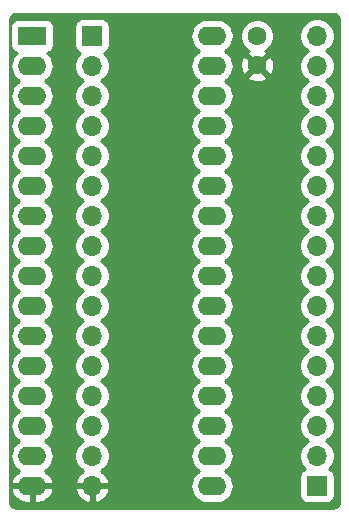
<source format=gbr>
%TF.GenerationSoftware,KiCad,Pcbnew,(5.1.7)-1*%
%TF.CreationDate,2022-03-21T18:16:10-03:00*%
%TF.ProjectId,ROMAdaptor,524f4d41-6461-4707-946f-722e6b696361,rev?*%
%TF.SameCoordinates,Original*%
%TF.FileFunction,Copper,L2,Bot*%
%TF.FilePolarity,Positive*%
%FSLAX46Y46*%
G04 Gerber Fmt 4.6, Leading zero omitted, Abs format (unit mm)*
G04 Created by KiCad (PCBNEW (5.1.7)-1) date 2022-03-21 18:16:10*
%MOMM*%
%LPD*%
G01*
G04 APERTURE LIST*
%TA.AperFunction,ComponentPad*%
%ADD10C,1.600000*%
%TD*%
%TA.AperFunction,ComponentPad*%
%ADD11O,2.400000X1.600000*%
%TD*%
%TA.AperFunction,ComponentPad*%
%ADD12R,2.400000X1.600000*%
%TD*%
%TA.AperFunction,ComponentPad*%
%ADD13O,1.700000X1.700000*%
%TD*%
%TA.AperFunction,ComponentPad*%
%ADD14R,1.700000X1.700000*%
%TD*%
%TA.AperFunction,ViaPad*%
%ADD15C,0.800000*%
%TD*%
%TA.AperFunction,Conductor*%
%ADD16C,0.254000*%
%TD*%
%TA.AperFunction,Conductor*%
%ADD17C,0.100000*%
%TD*%
G04 APERTURE END LIST*
D10*
%TO.P,C1,2*%
%TO.N,GND*%
X46990000Y-38060000D03*
%TO.P,C1,1*%
%TO.N,+5V*%
X46990000Y-35560000D03*
%TD*%
D11*
%TO.P,U1,32*%
%TO.N,+5V*%
X43180000Y-35560000D03*
%TO.P,U1,16*%
%TO.N,GND*%
X27940000Y-73660000D03*
%TO.P,U1,31*%
%TO.N,/WR_N*%
X43180000Y-38100000D03*
%TO.P,U1,15*%
%TO.N,/D2*%
X27940000Y-71120000D03*
%TO.P,U1,30*%
%TO.N,/A17*%
X43180000Y-40640000D03*
%TO.P,U1,14*%
%TO.N,/D1*%
X27940000Y-68580000D03*
%TO.P,U1,29*%
%TO.N,/A14*%
X43180000Y-43180000D03*
%TO.P,U1,13*%
%TO.N,/D0*%
X27940000Y-66040000D03*
%TO.P,U1,28*%
%TO.N,/A13*%
X43180000Y-45720000D03*
%TO.P,U1,12*%
%TO.N,/A0*%
X27940000Y-63500000D03*
%TO.P,U1,27*%
%TO.N,/A8*%
X43180000Y-48260000D03*
%TO.P,U1,11*%
%TO.N,/A1*%
X27940000Y-60960000D03*
%TO.P,U1,26*%
%TO.N,/A9*%
X43180000Y-50800000D03*
%TO.P,U1,10*%
%TO.N,/A2*%
X27940000Y-58420000D03*
%TO.P,U1,25*%
%TO.N,/A11*%
X43180000Y-53340000D03*
%TO.P,U1,9*%
%TO.N,/A3*%
X27940000Y-55880000D03*
%TO.P,U1,24*%
%TO.N,/RD_N*%
X43180000Y-55880000D03*
%TO.P,U1,8*%
%TO.N,/A4*%
X27940000Y-53340000D03*
%TO.P,U1,23*%
%TO.N,/A10*%
X43180000Y-58420000D03*
%TO.P,U1,7*%
%TO.N,/A5*%
X27940000Y-50800000D03*
%TO.P,U1,22*%
%TO.N,/ROMCS_N*%
X43180000Y-60960000D03*
%TO.P,U1,6*%
%TO.N,/A6*%
X27940000Y-48260000D03*
%TO.P,U1,21*%
%TO.N,/D7*%
X43180000Y-63500000D03*
%TO.P,U1,5*%
%TO.N,/A7*%
X27940000Y-45720000D03*
%TO.P,U1,20*%
%TO.N,/D6*%
X43180000Y-66040000D03*
%TO.P,U1,4*%
%TO.N,/A12*%
X27940000Y-43180000D03*
%TO.P,U1,19*%
%TO.N,/D5*%
X43180000Y-68580000D03*
%TO.P,U1,3*%
%TO.N,/A15*%
X27940000Y-40640000D03*
%TO.P,U1,18*%
%TO.N,/D4*%
X43180000Y-71120000D03*
%TO.P,U1,2*%
%TO.N,/A16*%
X27940000Y-38100000D03*
%TO.P,U1,17*%
%TO.N,/D3*%
X43180000Y-73660000D03*
D12*
%TO.P,U1,1*%
%TO.N,/A18*%
X27940000Y-35560000D03*
%TD*%
D13*
%TO.P,J2,16*%
%TO.N,+5V*%
X52070000Y-35560000D03*
%TO.P,J2,15*%
%TO.N,/WR_N*%
X52070000Y-38100000D03*
%TO.P,J2,14*%
%TO.N,/A17*%
X52070000Y-40640000D03*
%TO.P,J2,13*%
%TO.N,/A14*%
X52070000Y-43180000D03*
%TO.P,J2,12*%
%TO.N,/A13*%
X52070000Y-45720000D03*
%TO.P,J2,11*%
%TO.N,/A8*%
X52070000Y-48260000D03*
%TO.P,J2,10*%
%TO.N,/A9*%
X52070000Y-50800000D03*
%TO.P,J2,9*%
%TO.N,/A11*%
X52070000Y-53340000D03*
%TO.P,J2,8*%
%TO.N,/RD_N*%
X52070000Y-55880000D03*
%TO.P,J2,7*%
%TO.N,/A10*%
X52070000Y-58420000D03*
%TO.P,J2,6*%
%TO.N,/ROMCS_N*%
X52070000Y-60960000D03*
%TO.P,J2,5*%
%TO.N,/D7*%
X52070000Y-63500000D03*
%TO.P,J2,4*%
%TO.N,/D6*%
X52070000Y-66040000D03*
%TO.P,J2,3*%
%TO.N,/D5*%
X52070000Y-68580000D03*
%TO.P,J2,2*%
%TO.N,/D4*%
X52070000Y-71120000D03*
D14*
%TO.P,J2,1*%
%TO.N,/D3*%
X52070000Y-73660000D03*
%TD*%
D13*
%TO.P,J1,16*%
%TO.N,GND*%
X33020000Y-73660000D03*
%TO.P,J1,15*%
%TO.N,/D2*%
X33020000Y-71120000D03*
%TO.P,J1,14*%
%TO.N,/D1*%
X33020000Y-68580000D03*
%TO.P,J1,13*%
%TO.N,/D0*%
X33020000Y-66040000D03*
%TO.P,J1,12*%
%TO.N,/A0*%
X33020000Y-63500000D03*
%TO.P,J1,11*%
%TO.N,/A1*%
X33020000Y-60960000D03*
%TO.P,J1,10*%
%TO.N,/A2*%
X33020000Y-58420000D03*
%TO.P,J1,9*%
%TO.N,/A3*%
X33020000Y-55880000D03*
%TO.P,J1,8*%
%TO.N,/A4*%
X33020000Y-53340000D03*
%TO.P,J1,7*%
%TO.N,/A5*%
X33020000Y-50800000D03*
%TO.P,J1,6*%
%TO.N,/A6*%
X33020000Y-48260000D03*
%TO.P,J1,5*%
%TO.N,/A7*%
X33020000Y-45720000D03*
%TO.P,J1,4*%
%TO.N,/A12*%
X33020000Y-43180000D03*
%TO.P,J1,3*%
%TO.N,/A15*%
X33020000Y-40640000D03*
%TO.P,J1,2*%
%TO.N,/A16*%
X33020000Y-38100000D03*
D14*
%TO.P,J1,1*%
%TO.N,/A18*%
X33020000Y-35560000D03*
%TD*%
D15*
%TO.N,GND*%
X36830000Y-36830000D03*
X39370000Y-36830000D03*
X36830000Y-72390000D03*
X39370000Y-72390000D03*
X36830000Y-54610000D03*
X39370000Y-54610000D03*
X36830000Y-45720000D03*
X39370000Y-45720000D03*
X36830000Y-63500000D03*
X39370000Y-63500000D03*
%TD*%
D16*
%TO.N,GND*%
X53457869Y-33694722D02*
X53571246Y-33728953D01*
X53675819Y-33784555D01*
X53767596Y-33859407D01*
X53843091Y-33950664D01*
X53899419Y-34054844D01*
X53934440Y-34167976D01*
X53950000Y-34316022D01*
X53950001Y-74897711D01*
X53935278Y-75047869D01*
X53901047Y-75161246D01*
X53845446Y-75265817D01*
X53770594Y-75357595D01*
X53679335Y-75433091D01*
X53575160Y-75489419D01*
X53462024Y-75524440D01*
X53313979Y-75540000D01*
X26702279Y-75540000D01*
X26552131Y-75525278D01*
X26438754Y-75491047D01*
X26334183Y-75435446D01*
X26242405Y-75360594D01*
X26166909Y-75269335D01*
X26110581Y-75165160D01*
X26075560Y-75052024D01*
X26060000Y-74903979D01*
X26060000Y-74009039D01*
X26148096Y-74009039D01*
X26165633Y-74091818D01*
X26276285Y-74351646D01*
X26435500Y-74584895D01*
X26637161Y-74782601D01*
X26873517Y-74937166D01*
X27135486Y-75042650D01*
X27413000Y-75095000D01*
X27813000Y-75095000D01*
X27813000Y-73787000D01*
X28067000Y-73787000D01*
X28067000Y-75095000D01*
X28467000Y-75095000D01*
X28744514Y-75042650D01*
X29006483Y-74937166D01*
X29242839Y-74782601D01*
X29444500Y-74584895D01*
X29603715Y-74351646D01*
X29714367Y-74091818D01*
X29730240Y-74016890D01*
X31578524Y-74016890D01*
X31623175Y-74164099D01*
X31748359Y-74426920D01*
X31922412Y-74660269D01*
X32138645Y-74855178D01*
X32388748Y-75004157D01*
X32663109Y-75101481D01*
X32893000Y-74980814D01*
X32893000Y-73787000D01*
X33147000Y-73787000D01*
X33147000Y-74980814D01*
X33376891Y-75101481D01*
X33651252Y-75004157D01*
X33901355Y-74855178D01*
X34117588Y-74660269D01*
X34291641Y-74426920D01*
X34416825Y-74164099D01*
X34461476Y-74016890D01*
X34340155Y-73787000D01*
X33147000Y-73787000D01*
X32893000Y-73787000D01*
X31699845Y-73787000D01*
X31578524Y-74016890D01*
X29730240Y-74016890D01*
X29731904Y-74009039D01*
X29609915Y-73787000D01*
X28067000Y-73787000D01*
X27813000Y-73787000D01*
X26270085Y-73787000D01*
X26148096Y-74009039D01*
X26060000Y-74009039D01*
X26060000Y-38100000D01*
X26098057Y-38100000D01*
X26125764Y-38381309D01*
X26207818Y-38651808D01*
X26341068Y-38901101D01*
X26520392Y-39119608D01*
X26738899Y-39298932D01*
X26871858Y-39370000D01*
X26738899Y-39441068D01*
X26520392Y-39620392D01*
X26341068Y-39838899D01*
X26207818Y-40088192D01*
X26125764Y-40358691D01*
X26098057Y-40640000D01*
X26125764Y-40921309D01*
X26207818Y-41191808D01*
X26341068Y-41441101D01*
X26520392Y-41659608D01*
X26738899Y-41838932D01*
X26871858Y-41910000D01*
X26738899Y-41981068D01*
X26520392Y-42160392D01*
X26341068Y-42378899D01*
X26207818Y-42628192D01*
X26125764Y-42898691D01*
X26098057Y-43180000D01*
X26125764Y-43461309D01*
X26207818Y-43731808D01*
X26341068Y-43981101D01*
X26520392Y-44199608D01*
X26738899Y-44378932D01*
X26871858Y-44450000D01*
X26738899Y-44521068D01*
X26520392Y-44700392D01*
X26341068Y-44918899D01*
X26207818Y-45168192D01*
X26125764Y-45438691D01*
X26098057Y-45720000D01*
X26125764Y-46001309D01*
X26207818Y-46271808D01*
X26341068Y-46521101D01*
X26520392Y-46739608D01*
X26738899Y-46918932D01*
X26871858Y-46990000D01*
X26738899Y-47061068D01*
X26520392Y-47240392D01*
X26341068Y-47458899D01*
X26207818Y-47708192D01*
X26125764Y-47978691D01*
X26098057Y-48260000D01*
X26125764Y-48541309D01*
X26207818Y-48811808D01*
X26341068Y-49061101D01*
X26520392Y-49279608D01*
X26738899Y-49458932D01*
X26871858Y-49530000D01*
X26738899Y-49601068D01*
X26520392Y-49780392D01*
X26341068Y-49998899D01*
X26207818Y-50248192D01*
X26125764Y-50518691D01*
X26098057Y-50800000D01*
X26125764Y-51081309D01*
X26207818Y-51351808D01*
X26341068Y-51601101D01*
X26520392Y-51819608D01*
X26738899Y-51998932D01*
X26871858Y-52070000D01*
X26738899Y-52141068D01*
X26520392Y-52320392D01*
X26341068Y-52538899D01*
X26207818Y-52788192D01*
X26125764Y-53058691D01*
X26098057Y-53340000D01*
X26125764Y-53621309D01*
X26207818Y-53891808D01*
X26341068Y-54141101D01*
X26520392Y-54359608D01*
X26738899Y-54538932D01*
X26871858Y-54610000D01*
X26738899Y-54681068D01*
X26520392Y-54860392D01*
X26341068Y-55078899D01*
X26207818Y-55328192D01*
X26125764Y-55598691D01*
X26098057Y-55880000D01*
X26125764Y-56161309D01*
X26207818Y-56431808D01*
X26341068Y-56681101D01*
X26520392Y-56899608D01*
X26738899Y-57078932D01*
X26871858Y-57150000D01*
X26738899Y-57221068D01*
X26520392Y-57400392D01*
X26341068Y-57618899D01*
X26207818Y-57868192D01*
X26125764Y-58138691D01*
X26098057Y-58420000D01*
X26125764Y-58701309D01*
X26207818Y-58971808D01*
X26341068Y-59221101D01*
X26520392Y-59439608D01*
X26738899Y-59618932D01*
X26871858Y-59690000D01*
X26738899Y-59761068D01*
X26520392Y-59940392D01*
X26341068Y-60158899D01*
X26207818Y-60408192D01*
X26125764Y-60678691D01*
X26098057Y-60960000D01*
X26125764Y-61241309D01*
X26207818Y-61511808D01*
X26341068Y-61761101D01*
X26520392Y-61979608D01*
X26738899Y-62158932D01*
X26871858Y-62230000D01*
X26738899Y-62301068D01*
X26520392Y-62480392D01*
X26341068Y-62698899D01*
X26207818Y-62948192D01*
X26125764Y-63218691D01*
X26098057Y-63500000D01*
X26125764Y-63781309D01*
X26207818Y-64051808D01*
X26341068Y-64301101D01*
X26520392Y-64519608D01*
X26738899Y-64698932D01*
X26871858Y-64770000D01*
X26738899Y-64841068D01*
X26520392Y-65020392D01*
X26341068Y-65238899D01*
X26207818Y-65488192D01*
X26125764Y-65758691D01*
X26098057Y-66040000D01*
X26125764Y-66321309D01*
X26207818Y-66591808D01*
X26341068Y-66841101D01*
X26520392Y-67059608D01*
X26738899Y-67238932D01*
X26871858Y-67310000D01*
X26738899Y-67381068D01*
X26520392Y-67560392D01*
X26341068Y-67778899D01*
X26207818Y-68028192D01*
X26125764Y-68298691D01*
X26098057Y-68580000D01*
X26125764Y-68861309D01*
X26207818Y-69131808D01*
X26341068Y-69381101D01*
X26520392Y-69599608D01*
X26738899Y-69778932D01*
X26871858Y-69850000D01*
X26738899Y-69921068D01*
X26520392Y-70100392D01*
X26341068Y-70318899D01*
X26207818Y-70568192D01*
X26125764Y-70838691D01*
X26098057Y-71120000D01*
X26125764Y-71401309D01*
X26207818Y-71671808D01*
X26341068Y-71921101D01*
X26520392Y-72139608D01*
X26738899Y-72318932D01*
X26866741Y-72387265D01*
X26637161Y-72537399D01*
X26435500Y-72735105D01*
X26276285Y-72968354D01*
X26165633Y-73228182D01*
X26148096Y-73310961D01*
X26270085Y-73533000D01*
X27813000Y-73533000D01*
X27813000Y-73513000D01*
X28067000Y-73513000D01*
X28067000Y-73533000D01*
X29609915Y-73533000D01*
X29731904Y-73310961D01*
X29714367Y-73228182D01*
X29603715Y-72968354D01*
X29444500Y-72735105D01*
X29242839Y-72537399D01*
X29013259Y-72387265D01*
X29141101Y-72318932D01*
X29359608Y-72139608D01*
X29538932Y-71921101D01*
X29672182Y-71671808D01*
X29754236Y-71401309D01*
X29781943Y-71120000D01*
X29754236Y-70838691D01*
X29672182Y-70568192D01*
X29538932Y-70318899D01*
X29359608Y-70100392D01*
X29141101Y-69921068D01*
X29008142Y-69850000D01*
X29141101Y-69778932D01*
X29359608Y-69599608D01*
X29538932Y-69381101D01*
X29672182Y-69131808D01*
X29754236Y-68861309D01*
X29781943Y-68580000D01*
X29754236Y-68298691D01*
X29672182Y-68028192D01*
X29538932Y-67778899D01*
X29359608Y-67560392D01*
X29141101Y-67381068D01*
X29008142Y-67310000D01*
X29141101Y-67238932D01*
X29359608Y-67059608D01*
X29538932Y-66841101D01*
X29672182Y-66591808D01*
X29754236Y-66321309D01*
X29781943Y-66040000D01*
X29754236Y-65758691D01*
X29672182Y-65488192D01*
X29538932Y-65238899D01*
X29359608Y-65020392D01*
X29141101Y-64841068D01*
X29008142Y-64770000D01*
X29141101Y-64698932D01*
X29359608Y-64519608D01*
X29538932Y-64301101D01*
X29672182Y-64051808D01*
X29754236Y-63781309D01*
X29781943Y-63500000D01*
X29754236Y-63218691D01*
X29672182Y-62948192D01*
X29538932Y-62698899D01*
X29359608Y-62480392D01*
X29141101Y-62301068D01*
X29008142Y-62230000D01*
X29141101Y-62158932D01*
X29359608Y-61979608D01*
X29538932Y-61761101D01*
X29672182Y-61511808D01*
X29754236Y-61241309D01*
X29781943Y-60960000D01*
X29754236Y-60678691D01*
X29672182Y-60408192D01*
X29538932Y-60158899D01*
X29359608Y-59940392D01*
X29141101Y-59761068D01*
X29008142Y-59690000D01*
X29141101Y-59618932D01*
X29359608Y-59439608D01*
X29538932Y-59221101D01*
X29672182Y-58971808D01*
X29754236Y-58701309D01*
X29781943Y-58420000D01*
X29754236Y-58138691D01*
X29672182Y-57868192D01*
X29538932Y-57618899D01*
X29359608Y-57400392D01*
X29141101Y-57221068D01*
X29008142Y-57150000D01*
X29141101Y-57078932D01*
X29359608Y-56899608D01*
X29538932Y-56681101D01*
X29672182Y-56431808D01*
X29754236Y-56161309D01*
X29781943Y-55880000D01*
X29754236Y-55598691D01*
X29672182Y-55328192D01*
X29538932Y-55078899D01*
X29359608Y-54860392D01*
X29141101Y-54681068D01*
X29008142Y-54610000D01*
X29141101Y-54538932D01*
X29359608Y-54359608D01*
X29538932Y-54141101D01*
X29672182Y-53891808D01*
X29754236Y-53621309D01*
X29781943Y-53340000D01*
X29754236Y-53058691D01*
X29672182Y-52788192D01*
X29538932Y-52538899D01*
X29359608Y-52320392D01*
X29141101Y-52141068D01*
X29008142Y-52070000D01*
X29141101Y-51998932D01*
X29359608Y-51819608D01*
X29538932Y-51601101D01*
X29672182Y-51351808D01*
X29754236Y-51081309D01*
X29781943Y-50800000D01*
X29754236Y-50518691D01*
X29672182Y-50248192D01*
X29538932Y-49998899D01*
X29359608Y-49780392D01*
X29141101Y-49601068D01*
X29008142Y-49530000D01*
X29141101Y-49458932D01*
X29359608Y-49279608D01*
X29538932Y-49061101D01*
X29672182Y-48811808D01*
X29754236Y-48541309D01*
X29781943Y-48260000D01*
X29754236Y-47978691D01*
X29672182Y-47708192D01*
X29538932Y-47458899D01*
X29359608Y-47240392D01*
X29141101Y-47061068D01*
X29008142Y-46990000D01*
X29141101Y-46918932D01*
X29359608Y-46739608D01*
X29538932Y-46521101D01*
X29672182Y-46271808D01*
X29754236Y-46001309D01*
X29781943Y-45720000D01*
X29754236Y-45438691D01*
X29672182Y-45168192D01*
X29538932Y-44918899D01*
X29359608Y-44700392D01*
X29141101Y-44521068D01*
X29008142Y-44450000D01*
X29141101Y-44378932D01*
X29359608Y-44199608D01*
X29538932Y-43981101D01*
X29672182Y-43731808D01*
X29754236Y-43461309D01*
X29781943Y-43180000D01*
X29754236Y-42898691D01*
X29672182Y-42628192D01*
X29538932Y-42378899D01*
X29359608Y-42160392D01*
X29141101Y-41981068D01*
X29008142Y-41910000D01*
X29141101Y-41838932D01*
X29359608Y-41659608D01*
X29538932Y-41441101D01*
X29672182Y-41191808D01*
X29754236Y-40921309D01*
X29781943Y-40640000D01*
X29754236Y-40358691D01*
X29672182Y-40088192D01*
X29538932Y-39838899D01*
X29359608Y-39620392D01*
X29141101Y-39441068D01*
X29008142Y-39370000D01*
X29141101Y-39298932D01*
X29359608Y-39119608D01*
X29538932Y-38901101D01*
X29672182Y-38651808D01*
X29754236Y-38381309D01*
X29781943Y-38100000D01*
X29754236Y-37818691D01*
X29672182Y-37548192D01*
X29538932Y-37298899D01*
X29359608Y-37080392D01*
X29246518Y-36987581D01*
X29264482Y-36985812D01*
X29384180Y-36949502D01*
X29494494Y-36890537D01*
X29591185Y-36811185D01*
X29670537Y-36714494D01*
X29729502Y-36604180D01*
X29765812Y-36484482D01*
X29778072Y-36360000D01*
X29778072Y-34760000D01*
X29773148Y-34710000D01*
X31531928Y-34710000D01*
X31531928Y-36410000D01*
X31544188Y-36534482D01*
X31580498Y-36654180D01*
X31639463Y-36764494D01*
X31718815Y-36861185D01*
X31815506Y-36940537D01*
X31925820Y-36999502D01*
X31998380Y-37021513D01*
X31866525Y-37153368D01*
X31704010Y-37396589D01*
X31592068Y-37666842D01*
X31535000Y-37953740D01*
X31535000Y-38246260D01*
X31592068Y-38533158D01*
X31704010Y-38803411D01*
X31866525Y-39046632D01*
X32073368Y-39253475D01*
X32247760Y-39370000D01*
X32073368Y-39486525D01*
X31866525Y-39693368D01*
X31704010Y-39936589D01*
X31592068Y-40206842D01*
X31535000Y-40493740D01*
X31535000Y-40786260D01*
X31592068Y-41073158D01*
X31704010Y-41343411D01*
X31866525Y-41586632D01*
X32073368Y-41793475D01*
X32247760Y-41910000D01*
X32073368Y-42026525D01*
X31866525Y-42233368D01*
X31704010Y-42476589D01*
X31592068Y-42746842D01*
X31535000Y-43033740D01*
X31535000Y-43326260D01*
X31592068Y-43613158D01*
X31704010Y-43883411D01*
X31866525Y-44126632D01*
X32073368Y-44333475D01*
X32247760Y-44450000D01*
X32073368Y-44566525D01*
X31866525Y-44773368D01*
X31704010Y-45016589D01*
X31592068Y-45286842D01*
X31535000Y-45573740D01*
X31535000Y-45866260D01*
X31592068Y-46153158D01*
X31704010Y-46423411D01*
X31866525Y-46666632D01*
X32073368Y-46873475D01*
X32247760Y-46990000D01*
X32073368Y-47106525D01*
X31866525Y-47313368D01*
X31704010Y-47556589D01*
X31592068Y-47826842D01*
X31535000Y-48113740D01*
X31535000Y-48406260D01*
X31592068Y-48693158D01*
X31704010Y-48963411D01*
X31866525Y-49206632D01*
X32073368Y-49413475D01*
X32247760Y-49530000D01*
X32073368Y-49646525D01*
X31866525Y-49853368D01*
X31704010Y-50096589D01*
X31592068Y-50366842D01*
X31535000Y-50653740D01*
X31535000Y-50946260D01*
X31592068Y-51233158D01*
X31704010Y-51503411D01*
X31866525Y-51746632D01*
X32073368Y-51953475D01*
X32247760Y-52070000D01*
X32073368Y-52186525D01*
X31866525Y-52393368D01*
X31704010Y-52636589D01*
X31592068Y-52906842D01*
X31535000Y-53193740D01*
X31535000Y-53486260D01*
X31592068Y-53773158D01*
X31704010Y-54043411D01*
X31866525Y-54286632D01*
X32073368Y-54493475D01*
X32247760Y-54610000D01*
X32073368Y-54726525D01*
X31866525Y-54933368D01*
X31704010Y-55176589D01*
X31592068Y-55446842D01*
X31535000Y-55733740D01*
X31535000Y-56026260D01*
X31592068Y-56313158D01*
X31704010Y-56583411D01*
X31866525Y-56826632D01*
X32073368Y-57033475D01*
X32247760Y-57150000D01*
X32073368Y-57266525D01*
X31866525Y-57473368D01*
X31704010Y-57716589D01*
X31592068Y-57986842D01*
X31535000Y-58273740D01*
X31535000Y-58566260D01*
X31592068Y-58853158D01*
X31704010Y-59123411D01*
X31866525Y-59366632D01*
X32073368Y-59573475D01*
X32247760Y-59690000D01*
X32073368Y-59806525D01*
X31866525Y-60013368D01*
X31704010Y-60256589D01*
X31592068Y-60526842D01*
X31535000Y-60813740D01*
X31535000Y-61106260D01*
X31592068Y-61393158D01*
X31704010Y-61663411D01*
X31866525Y-61906632D01*
X32073368Y-62113475D01*
X32247760Y-62230000D01*
X32073368Y-62346525D01*
X31866525Y-62553368D01*
X31704010Y-62796589D01*
X31592068Y-63066842D01*
X31535000Y-63353740D01*
X31535000Y-63646260D01*
X31592068Y-63933158D01*
X31704010Y-64203411D01*
X31866525Y-64446632D01*
X32073368Y-64653475D01*
X32247760Y-64770000D01*
X32073368Y-64886525D01*
X31866525Y-65093368D01*
X31704010Y-65336589D01*
X31592068Y-65606842D01*
X31535000Y-65893740D01*
X31535000Y-66186260D01*
X31592068Y-66473158D01*
X31704010Y-66743411D01*
X31866525Y-66986632D01*
X32073368Y-67193475D01*
X32247760Y-67310000D01*
X32073368Y-67426525D01*
X31866525Y-67633368D01*
X31704010Y-67876589D01*
X31592068Y-68146842D01*
X31535000Y-68433740D01*
X31535000Y-68726260D01*
X31592068Y-69013158D01*
X31704010Y-69283411D01*
X31866525Y-69526632D01*
X32073368Y-69733475D01*
X32247760Y-69850000D01*
X32073368Y-69966525D01*
X31866525Y-70173368D01*
X31704010Y-70416589D01*
X31592068Y-70686842D01*
X31535000Y-70973740D01*
X31535000Y-71266260D01*
X31592068Y-71553158D01*
X31704010Y-71823411D01*
X31866525Y-72066632D01*
X32073368Y-72273475D01*
X32255534Y-72395195D01*
X32138645Y-72464822D01*
X31922412Y-72659731D01*
X31748359Y-72893080D01*
X31623175Y-73155901D01*
X31578524Y-73303110D01*
X31699845Y-73533000D01*
X32893000Y-73533000D01*
X32893000Y-73513000D01*
X33147000Y-73513000D01*
X33147000Y-73533000D01*
X34340155Y-73533000D01*
X34461476Y-73303110D01*
X34416825Y-73155901D01*
X34291641Y-72893080D01*
X34117588Y-72659731D01*
X33901355Y-72464822D01*
X33784466Y-72395195D01*
X33966632Y-72273475D01*
X34173475Y-72066632D01*
X34335990Y-71823411D01*
X34447932Y-71553158D01*
X34505000Y-71266260D01*
X34505000Y-70973740D01*
X34447932Y-70686842D01*
X34335990Y-70416589D01*
X34173475Y-70173368D01*
X33966632Y-69966525D01*
X33792240Y-69850000D01*
X33966632Y-69733475D01*
X34173475Y-69526632D01*
X34335990Y-69283411D01*
X34447932Y-69013158D01*
X34505000Y-68726260D01*
X34505000Y-68433740D01*
X34447932Y-68146842D01*
X34335990Y-67876589D01*
X34173475Y-67633368D01*
X33966632Y-67426525D01*
X33792240Y-67310000D01*
X33966632Y-67193475D01*
X34173475Y-66986632D01*
X34335990Y-66743411D01*
X34447932Y-66473158D01*
X34505000Y-66186260D01*
X34505000Y-65893740D01*
X34447932Y-65606842D01*
X34335990Y-65336589D01*
X34173475Y-65093368D01*
X33966632Y-64886525D01*
X33792240Y-64770000D01*
X33966632Y-64653475D01*
X34173475Y-64446632D01*
X34335990Y-64203411D01*
X34447932Y-63933158D01*
X34505000Y-63646260D01*
X34505000Y-63353740D01*
X34447932Y-63066842D01*
X34335990Y-62796589D01*
X34173475Y-62553368D01*
X33966632Y-62346525D01*
X33792240Y-62230000D01*
X33966632Y-62113475D01*
X34173475Y-61906632D01*
X34335990Y-61663411D01*
X34447932Y-61393158D01*
X34505000Y-61106260D01*
X34505000Y-60813740D01*
X34447932Y-60526842D01*
X34335990Y-60256589D01*
X34173475Y-60013368D01*
X33966632Y-59806525D01*
X33792240Y-59690000D01*
X33966632Y-59573475D01*
X34173475Y-59366632D01*
X34335990Y-59123411D01*
X34447932Y-58853158D01*
X34505000Y-58566260D01*
X34505000Y-58273740D01*
X34447932Y-57986842D01*
X34335990Y-57716589D01*
X34173475Y-57473368D01*
X33966632Y-57266525D01*
X33792240Y-57150000D01*
X33966632Y-57033475D01*
X34173475Y-56826632D01*
X34335990Y-56583411D01*
X34447932Y-56313158D01*
X34505000Y-56026260D01*
X34505000Y-55733740D01*
X34447932Y-55446842D01*
X34335990Y-55176589D01*
X34173475Y-54933368D01*
X33966632Y-54726525D01*
X33792240Y-54610000D01*
X33966632Y-54493475D01*
X34173475Y-54286632D01*
X34335990Y-54043411D01*
X34447932Y-53773158D01*
X34505000Y-53486260D01*
X34505000Y-53193740D01*
X34447932Y-52906842D01*
X34335990Y-52636589D01*
X34173475Y-52393368D01*
X33966632Y-52186525D01*
X33792240Y-52070000D01*
X33966632Y-51953475D01*
X34173475Y-51746632D01*
X34335990Y-51503411D01*
X34447932Y-51233158D01*
X34505000Y-50946260D01*
X34505000Y-50653740D01*
X34447932Y-50366842D01*
X34335990Y-50096589D01*
X34173475Y-49853368D01*
X33966632Y-49646525D01*
X33792240Y-49530000D01*
X33966632Y-49413475D01*
X34173475Y-49206632D01*
X34335990Y-48963411D01*
X34447932Y-48693158D01*
X34505000Y-48406260D01*
X34505000Y-48113740D01*
X34447932Y-47826842D01*
X34335990Y-47556589D01*
X34173475Y-47313368D01*
X33966632Y-47106525D01*
X33792240Y-46990000D01*
X33966632Y-46873475D01*
X34173475Y-46666632D01*
X34335990Y-46423411D01*
X34447932Y-46153158D01*
X34505000Y-45866260D01*
X34505000Y-45573740D01*
X34447932Y-45286842D01*
X34335990Y-45016589D01*
X34173475Y-44773368D01*
X33966632Y-44566525D01*
X33792240Y-44450000D01*
X33966632Y-44333475D01*
X34173475Y-44126632D01*
X34335990Y-43883411D01*
X34447932Y-43613158D01*
X34505000Y-43326260D01*
X34505000Y-43033740D01*
X34447932Y-42746842D01*
X34335990Y-42476589D01*
X34173475Y-42233368D01*
X33966632Y-42026525D01*
X33792240Y-41910000D01*
X33966632Y-41793475D01*
X34173475Y-41586632D01*
X34335990Y-41343411D01*
X34447932Y-41073158D01*
X34505000Y-40786260D01*
X34505000Y-40493740D01*
X34447932Y-40206842D01*
X34335990Y-39936589D01*
X34173475Y-39693368D01*
X33966632Y-39486525D01*
X33792240Y-39370000D01*
X33966632Y-39253475D01*
X34173475Y-39046632D01*
X34335990Y-38803411D01*
X34447932Y-38533158D01*
X34505000Y-38246260D01*
X34505000Y-37953740D01*
X34447932Y-37666842D01*
X34335990Y-37396589D01*
X34173475Y-37153368D01*
X34041620Y-37021513D01*
X34114180Y-36999502D01*
X34224494Y-36940537D01*
X34321185Y-36861185D01*
X34400537Y-36764494D01*
X34459502Y-36654180D01*
X34495812Y-36534482D01*
X34508072Y-36410000D01*
X34508072Y-35560000D01*
X41338057Y-35560000D01*
X41365764Y-35841309D01*
X41447818Y-36111808D01*
X41581068Y-36361101D01*
X41760392Y-36579608D01*
X41978899Y-36758932D01*
X42111858Y-36830000D01*
X41978899Y-36901068D01*
X41760392Y-37080392D01*
X41581068Y-37298899D01*
X41447818Y-37548192D01*
X41365764Y-37818691D01*
X41338057Y-38100000D01*
X41365764Y-38381309D01*
X41447818Y-38651808D01*
X41581068Y-38901101D01*
X41760392Y-39119608D01*
X41978899Y-39298932D01*
X42111858Y-39370000D01*
X41978899Y-39441068D01*
X41760392Y-39620392D01*
X41581068Y-39838899D01*
X41447818Y-40088192D01*
X41365764Y-40358691D01*
X41338057Y-40640000D01*
X41365764Y-40921309D01*
X41447818Y-41191808D01*
X41581068Y-41441101D01*
X41760392Y-41659608D01*
X41978899Y-41838932D01*
X42111858Y-41910000D01*
X41978899Y-41981068D01*
X41760392Y-42160392D01*
X41581068Y-42378899D01*
X41447818Y-42628192D01*
X41365764Y-42898691D01*
X41338057Y-43180000D01*
X41365764Y-43461309D01*
X41447818Y-43731808D01*
X41581068Y-43981101D01*
X41760392Y-44199608D01*
X41978899Y-44378932D01*
X42111858Y-44450000D01*
X41978899Y-44521068D01*
X41760392Y-44700392D01*
X41581068Y-44918899D01*
X41447818Y-45168192D01*
X41365764Y-45438691D01*
X41338057Y-45720000D01*
X41365764Y-46001309D01*
X41447818Y-46271808D01*
X41581068Y-46521101D01*
X41760392Y-46739608D01*
X41978899Y-46918932D01*
X42111858Y-46990000D01*
X41978899Y-47061068D01*
X41760392Y-47240392D01*
X41581068Y-47458899D01*
X41447818Y-47708192D01*
X41365764Y-47978691D01*
X41338057Y-48260000D01*
X41365764Y-48541309D01*
X41447818Y-48811808D01*
X41581068Y-49061101D01*
X41760392Y-49279608D01*
X41978899Y-49458932D01*
X42111858Y-49530000D01*
X41978899Y-49601068D01*
X41760392Y-49780392D01*
X41581068Y-49998899D01*
X41447818Y-50248192D01*
X41365764Y-50518691D01*
X41338057Y-50800000D01*
X41365764Y-51081309D01*
X41447818Y-51351808D01*
X41581068Y-51601101D01*
X41760392Y-51819608D01*
X41978899Y-51998932D01*
X42111858Y-52070000D01*
X41978899Y-52141068D01*
X41760392Y-52320392D01*
X41581068Y-52538899D01*
X41447818Y-52788192D01*
X41365764Y-53058691D01*
X41338057Y-53340000D01*
X41365764Y-53621309D01*
X41447818Y-53891808D01*
X41581068Y-54141101D01*
X41760392Y-54359608D01*
X41978899Y-54538932D01*
X42111858Y-54610000D01*
X41978899Y-54681068D01*
X41760392Y-54860392D01*
X41581068Y-55078899D01*
X41447818Y-55328192D01*
X41365764Y-55598691D01*
X41338057Y-55880000D01*
X41365764Y-56161309D01*
X41447818Y-56431808D01*
X41581068Y-56681101D01*
X41760392Y-56899608D01*
X41978899Y-57078932D01*
X42111858Y-57150000D01*
X41978899Y-57221068D01*
X41760392Y-57400392D01*
X41581068Y-57618899D01*
X41447818Y-57868192D01*
X41365764Y-58138691D01*
X41338057Y-58420000D01*
X41365764Y-58701309D01*
X41447818Y-58971808D01*
X41581068Y-59221101D01*
X41760392Y-59439608D01*
X41978899Y-59618932D01*
X42111858Y-59690000D01*
X41978899Y-59761068D01*
X41760392Y-59940392D01*
X41581068Y-60158899D01*
X41447818Y-60408192D01*
X41365764Y-60678691D01*
X41338057Y-60960000D01*
X41365764Y-61241309D01*
X41447818Y-61511808D01*
X41581068Y-61761101D01*
X41760392Y-61979608D01*
X41978899Y-62158932D01*
X42111858Y-62230000D01*
X41978899Y-62301068D01*
X41760392Y-62480392D01*
X41581068Y-62698899D01*
X41447818Y-62948192D01*
X41365764Y-63218691D01*
X41338057Y-63500000D01*
X41365764Y-63781309D01*
X41447818Y-64051808D01*
X41581068Y-64301101D01*
X41760392Y-64519608D01*
X41978899Y-64698932D01*
X42111858Y-64770000D01*
X41978899Y-64841068D01*
X41760392Y-65020392D01*
X41581068Y-65238899D01*
X41447818Y-65488192D01*
X41365764Y-65758691D01*
X41338057Y-66040000D01*
X41365764Y-66321309D01*
X41447818Y-66591808D01*
X41581068Y-66841101D01*
X41760392Y-67059608D01*
X41978899Y-67238932D01*
X42111858Y-67310000D01*
X41978899Y-67381068D01*
X41760392Y-67560392D01*
X41581068Y-67778899D01*
X41447818Y-68028192D01*
X41365764Y-68298691D01*
X41338057Y-68580000D01*
X41365764Y-68861309D01*
X41447818Y-69131808D01*
X41581068Y-69381101D01*
X41760392Y-69599608D01*
X41978899Y-69778932D01*
X42111858Y-69850000D01*
X41978899Y-69921068D01*
X41760392Y-70100392D01*
X41581068Y-70318899D01*
X41447818Y-70568192D01*
X41365764Y-70838691D01*
X41338057Y-71120000D01*
X41365764Y-71401309D01*
X41447818Y-71671808D01*
X41581068Y-71921101D01*
X41760392Y-72139608D01*
X41978899Y-72318932D01*
X42111858Y-72390000D01*
X41978899Y-72461068D01*
X41760392Y-72640392D01*
X41581068Y-72858899D01*
X41447818Y-73108192D01*
X41365764Y-73378691D01*
X41338057Y-73660000D01*
X41365764Y-73941309D01*
X41447818Y-74211808D01*
X41581068Y-74461101D01*
X41760392Y-74679608D01*
X41978899Y-74858932D01*
X42228192Y-74992182D01*
X42498691Y-75074236D01*
X42709508Y-75095000D01*
X43650492Y-75095000D01*
X43861309Y-75074236D01*
X44131808Y-74992182D01*
X44381101Y-74858932D01*
X44599608Y-74679608D01*
X44778932Y-74461101D01*
X44912182Y-74211808D01*
X44994236Y-73941309D01*
X45021943Y-73660000D01*
X44994236Y-73378691D01*
X44912182Y-73108192D01*
X44778932Y-72858899D01*
X44738802Y-72810000D01*
X50581928Y-72810000D01*
X50581928Y-74510000D01*
X50594188Y-74634482D01*
X50630498Y-74754180D01*
X50689463Y-74864494D01*
X50768815Y-74961185D01*
X50865506Y-75040537D01*
X50975820Y-75099502D01*
X51095518Y-75135812D01*
X51220000Y-75148072D01*
X52920000Y-75148072D01*
X53044482Y-75135812D01*
X53164180Y-75099502D01*
X53274494Y-75040537D01*
X53371185Y-74961185D01*
X53450537Y-74864494D01*
X53509502Y-74754180D01*
X53545812Y-74634482D01*
X53558072Y-74510000D01*
X53558072Y-72810000D01*
X53545812Y-72685518D01*
X53509502Y-72565820D01*
X53450537Y-72455506D01*
X53371185Y-72358815D01*
X53274494Y-72279463D01*
X53164180Y-72220498D01*
X53091620Y-72198487D01*
X53223475Y-72066632D01*
X53385990Y-71823411D01*
X53497932Y-71553158D01*
X53555000Y-71266260D01*
X53555000Y-70973740D01*
X53497932Y-70686842D01*
X53385990Y-70416589D01*
X53223475Y-70173368D01*
X53016632Y-69966525D01*
X52842240Y-69850000D01*
X53016632Y-69733475D01*
X53223475Y-69526632D01*
X53385990Y-69283411D01*
X53497932Y-69013158D01*
X53555000Y-68726260D01*
X53555000Y-68433740D01*
X53497932Y-68146842D01*
X53385990Y-67876589D01*
X53223475Y-67633368D01*
X53016632Y-67426525D01*
X52842240Y-67310000D01*
X53016632Y-67193475D01*
X53223475Y-66986632D01*
X53385990Y-66743411D01*
X53497932Y-66473158D01*
X53555000Y-66186260D01*
X53555000Y-65893740D01*
X53497932Y-65606842D01*
X53385990Y-65336589D01*
X53223475Y-65093368D01*
X53016632Y-64886525D01*
X52842240Y-64770000D01*
X53016632Y-64653475D01*
X53223475Y-64446632D01*
X53385990Y-64203411D01*
X53497932Y-63933158D01*
X53555000Y-63646260D01*
X53555000Y-63353740D01*
X53497932Y-63066842D01*
X53385990Y-62796589D01*
X53223475Y-62553368D01*
X53016632Y-62346525D01*
X52842240Y-62230000D01*
X53016632Y-62113475D01*
X53223475Y-61906632D01*
X53385990Y-61663411D01*
X53497932Y-61393158D01*
X53555000Y-61106260D01*
X53555000Y-60813740D01*
X53497932Y-60526842D01*
X53385990Y-60256589D01*
X53223475Y-60013368D01*
X53016632Y-59806525D01*
X52842240Y-59690000D01*
X53016632Y-59573475D01*
X53223475Y-59366632D01*
X53385990Y-59123411D01*
X53497932Y-58853158D01*
X53555000Y-58566260D01*
X53555000Y-58273740D01*
X53497932Y-57986842D01*
X53385990Y-57716589D01*
X53223475Y-57473368D01*
X53016632Y-57266525D01*
X52842240Y-57150000D01*
X53016632Y-57033475D01*
X53223475Y-56826632D01*
X53385990Y-56583411D01*
X53497932Y-56313158D01*
X53555000Y-56026260D01*
X53555000Y-55733740D01*
X53497932Y-55446842D01*
X53385990Y-55176589D01*
X53223475Y-54933368D01*
X53016632Y-54726525D01*
X52842240Y-54610000D01*
X53016632Y-54493475D01*
X53223475Y-54286632D01*
X53385990Y-54043411D01*
X53497932Y-53773158D01*
X53555000Y-53486260D01*
X53555000Y-53193740D01*
X53497932Y-52906842D01*
X53385990Y-52636589D01*
X53223475Y-52393368D01*
X53016632Y-52186525D01*
X52842240Y-52070000D01*
X53016632Y-51953475D01*
X53223475Y-51746632D01*
X53385990Y-51503411D01*
X53497932Y-51233158D01*
X53555000Y-50946260D01*
X53555000Y-50653740D01*
X53497932Y-50366842D01*
X53385990Y-50096589D01*
X53223475Y-49853368D01*
X53016632Y-49646525D01*
X52842240Y-49530000D01*
X53016632Y-49413475D01*
X53223475Y-49206632D01*
X53385990Y-48963411D01*
X53497932Y-48693158D01*
X53555000Y-48406260D01*
X53555000Y-48113740D01*
X53497932Y-47826842D01*
X53385990Y-47556589D01*
X53223475Y-47313368D01*
X53016632Y-47106525D01*
X52842240Y-46990000D01*
X53016632Y-46873475D01*
X53223475Y-46666632D01*
X53385990Y-46423411D01*
X53497932Y-46153158D01*
X53555000Y-45866260D01*
X53555000Y-45573740D01*
X53497932Y-45286842D01*
X53385990Y-45016589D01*
X53223475Y-44773368D01*
X53016632Y-44566525D01*
X52842240Y-44450000D01*
X53016632Y-44333475D01*
X53223475Y-44126632D01*
X53385990Y-43883411D01*
X53497932Y-43613158D01*
X53555000Y-43326260D01*
X53555000Y-43033740D01*
X53497932Y-42746842D01*
X53385990Y-42476589D01*
X53223475Y-42233368D01*
X53016632Y-42026525D01*
X52842240Y-41910000D01*
X53016632Y-41793475D01*
X53223475Y-41586632D01*
X53385990Y-41343411D01*
X53497932Y-41073158D01*
X53555000Y-40786260D01*
X53555000Y-40493740D01*
X53497932Y-40206842D01*
X53385990Y-39936589D01*
X53223475Y-39693368D01*
X53016632Y-39486525D01*
X52842240Y-39370000D01*
X53016632Y-39253475D01*
X53223475Y-39046632D01*
X53385990Y-38803411D01*
X53497932Y-38533158D01*
X53555000Y-38246260D01*
X53555000Y-37953740D01*
X53497932Y-37666842D01*
X53385990Y-37396589D01*
X53223475Y-37153368D01*
X53016632Y-36946525D01*
X52842240Y-36830000D01*
X53016632Y-36713475D01*
X53223475Y-36506632D01*
X53385990Y-36263411D01*
X53497932Y-35993158D01*
X53555000Y-35706260D01*
X53555000Y-35413740D01*
X53497932Y-35126842D01*
X53385990Y-34856589D01*
X53223475Y-34613368D01*
X53016632Y-34406525D01*
X52773411Y-34244010D01*
X52503158Y-34132068D01*
X52216260Y-34075000D01*
X51923740Y-34075000D01*
X51636842Y-34132068D01*
X51366589Y-34244010D01*
X51123368Y-34406525D01*
X50916525Y-34613368D01*
X50754010Y-34856589D01*
X50642068Y-35126842D01*
X50585000Y-35413740D01*
X50585000Y-35706260D01*
X50642068Y-35993158D01*
X50754010Y-36263411D01*
X50916525Y-36506632D01*
X51123368Y-36713475D01*
X51297760Y-36830000D01*
X51123368Y-36946525D01*
X50916525Y-37153368D01*
X50754010Y-37396589D01*
X50642068Y-37666842D01*
X50585000Y-37953740D01*
X50585000Y-38246260D01*
X50642068Y-38533158D01*
X50754010Y-38803411D01*
X50916525Y-39046632D01*
X51123368Y-39253475D01*
X51297760Y-39370000D01*
X51123368Y-39486525D01*
X50916525Y-39693368D01*
X50754010Y-39936589D01*
X50642068Y-40206842D01*
X50585000Y-40493740D01*
X50585000Y-40786260D01*
X50642068Y-41073158D01*
X50754010Y-41343411D01*
X50916525Y-41586632D01*
X51123368Y-41793475D01*
X51297760Y-41910000D01*
X51123368Y-42026525D01*
X50916525Y-42233368D01*
X50754010Y-42476589D01*
X50642068Y-42746842D01*
X50585000Y-43033740D01*
X50585000Y-43326260D01*
X50642068Y-43613158D01*
X50754010Y-43883411D01*
X50916525Y-44126632D01*
X51123368Y-44333475D01*
X51297760Y-44450000D01*
X51123368Y-44566525D01*
X50916525Y-44773368D01*
X50754010Y-45016589D01*
X50642068Y-45286842D01*
X50585000Y-45573740D01*
X50585000Y-45866260D01*
X50642068Y-46153158D01*
X50754010Y-46423411D01*
X50916525Y-46666632D01*
X51123368Y-46873475D01*
X51297760Y-46990000D01*
X51123368Y-47106525D01*
X50916525Y-47313368D01*
X50754010Y-47556589D01*
X50642068Y-47826842D01*
X50585000Y-48113740D01*
X50585000Y-48406260D01*
X50642068Y-48693158D01*
X50754010Y-48963411D01*
X50916525Y-49206632D01*
X51123368Y-49413475D01*
X51297760Y-49530000D01*
X51123368Y-49646525D01*
X50916525Y-49853368D01*
X50754010Y-50096589D01*
X50642068Y-50366842D01*
X50585000Y-50653740D01*
X50585000Y-50946260D01*
X50642068Y-51233158D01*
X50754010Y-51503411D01*
X50916525Y-51746632D01*
X51123368Y-51953475D01*
X51297760Y-52070000D01*
X51123368Y-52186525D01*
X50916525Y-52393368D01*
X50754010Y-52636589D01*
X50642068Y-52906842D01*
X50585000Y-53193740D01*
X50585000Y-53486260D01*
X50642068Y-53773158D01*
X50754010Y-54043411D01*
X50916525Y-54286632D01*
X51123368Y-54493475D01*
X51297760Y-54610000D01*
X51123368Y-54726525D01*
X50916525Y-54933368D01*
X50754010Y-55176589D01*
X50642068Y-55446842D01*
X50585000Y-55733740D01*
X50585000Y-56026260D01*
X50642068Y-56313158D01*
X50754010Y-56583411D01*
X50916525Y-56826632D01*
X51123368Y-57033475D01*
X51297760Y-57150000D01*
X51123368Y-57266525D01*
X50916525Y-57473368D01*
X50754010Y-57716589D01*
X50642068Y-57986842D01*
X50585000Y-58273740D01*
X50585000Y-58566260D01*
X50642068Y-58853158D01*
X50754010Y-59123411D01*
X50916525Y-59366632D01*
X51123368Y-59573475D01*
X51297760Y-59690000D01*
X51123368Y-59806525D01*
X50916525Y-60013368D01*
X50754010Y-60256589D01*
X50642068Y-60526842D01*
X50585000Y-60813740D01*
X50585000Y-61106260D01*
X50642068Y-61393158D01*
X50754010Y-61663411D01*
X50916525Y-61906632D01*
X51123368Y-62113475D01*
X51297760Y-62230000D01*
X51123368Y-62346525D01*
X50916525Y-62553368D01*
X50754010Y-62796589D01*
X50642068Y-63066842D01*
X50585000Y-63353740D01*
X50585000Y-63646260D01*
X50642068Y-63933158D01*
X50754010Y-64203411D01*
X50916525Y-64446632D01*
X51123368Y-64653475D01*
X51297760Y-64770000D01*
X51123368Y-64886525D01*
X50916525Y-65093368D01*
X50754010Y-65336589D01*
X50642068Y-65606842D01*
X50585000Y-65893740D01*
X50585000Y-66186260D01*
X50642068Y-66473158D01*
X50754010Y-66743411D01*
X50916525Y-66986632D01*
X51123368Y-67193475D01*
X51297760Y-67310000D01*
X51123368Y-67426525D01*
X50916525Y-67633368D01*
X50754010Y-67876589D01*
X50642068Y-68146842D01*
X50585000Y-68433740D01*
X50585000Y-68726260D01*
X50642068Y-69013158D01*
X50754010Y-69283411D01*
X50916525Y-69526632D01*
X51123368Y-69733475D01*
X51297760Y-69850000D01*
X51123368Y-69966525D01*
X50916525Y-70173368D01*
X50754010Y-70416589D01*
X50642068Y-70686842D01*
X50585000Y-70973740D01*
X50585000Y-71266260D01*
X50642068Y-71553158D01*
X50754010Y-71823411D01*
X50916525Y-72066632D01*
X51048380Y-72198487D01*
X50975820Y-72220498D01*
X50865506Y-72279463D01*
X50768815Y-72358815D01*
X50689463Y-72455506D01*
X50630498Y-72565820D01*
X50594188Y-72685518D01*
X50581928Y-72810000D01*
X44738802Y-72810000D01*
X44599608Y-72640392D01*
X44381101Y-72461068D01*
X44248142Y-72390000D01*
X44381101Y-72318932D01*
X44599608Y-72139608D01*
X44778932Y-71921101D01*
X44912182Y-71671808D01*
X44994236Y-71401309D01*
X45021943Y-71120000D01*
X44994236Y-70838691D01*
X44912182Y-70568192D01*
X44778932Y-70318899D01*
X44599608Y-70100392D01*
X44381101Y-69921068D01*
X44248142Y-69850000D01*
X44381101Y-69778932D01*
X44599608Y-69599608D01*
X44778932Y-69381101D01*
X44912182Y-69131808D01*
X44994236Y-68861309D01*
X45021943Y-68580000D01*
X44994236Y-68298691D01*
X44912182Y-68028192D01*
X44778932Y-67778899D01*
X44599608Y-67560392D01*
X44381101Y-67381068D01*
X44248142Y-67310000D01*
X44381101Y-67238932D01*
X44599608Y-67059608D01*
X44778932Y-66841101D01*
X44912182Y-66591808D01*
X44994236Y-66321309D01*
X45021943Y-66040000D01*
X44994236Y-65758691D01*
X44912182Y-65488192D01*
X44778932Y-65238899D01*
X44599608Y-65020392D01*
X44381101Y-64841068D01*
X44248142Y-64770000D01*
X44381101Y-64698932D01*
X44599608Y-64519608D01*
X44778932Y-64301101D01*
X44912182Y-64051808D01*
X44994236Y-63781309D01*
X45021943Y-63500000D01*
X44994236Y-63218691D01*
X44912182Y-62948192D01*
X44778932Y-62698899D01*
X44599608Y-62480392D01*
X44381101Y-62301068D01*
X44248142Y-62230000D01*
X44381101Y-62158932D01*
X44599608Y-61979608D01*
X44778932Y-61761101D01*
X44912182Y-61511808D01*
X44994236Y-61241309D01*
X45021943Y-60960000D01*
X44994236Y-60678691D01*
X44912182Y-60408192D01*
X44778932Y-60158899D01*
X44599608Y-59940392D01*
X44381101Y-59761068D01*
X44248142Y-59690000D01*
X44381101Y-59618932D01*
X44599608Y-59439608D01*
X44778932Y-59221101D01*
X44912182Y-58971808D01*
X44994236Y-58701309D01*
X45021943Y-58420000D01*
X44994236Y-58138691D01*
X44912182Y-57868192D01*
X44778932Y-57618899D01*
X44599608Y-57400392D01*
X44381101Y-57221068D01*
X44248142Y-57150000D01*
X44381101Y-57078932D01*
X44599608Y-56899608D01*
X44778932Y-56681101D01*
X44912182Y-56431808D01*
X44994236Y-56161309D01*
X45021943Y-55880000D01*
X44994236Y-55598691D01*
X44912182Y-55328192D01*
X44778932Y-55078899D01*
X44599608Y-54860392D01*
X44381101Y-54681068D01*
X44248142Y-54610000D01*
X44381101Y-54538932D01*
X44599608Y-54359608D01*
X44778932Y-54141101D01*
X44912182Y-53891808D01*
X44994236Y-53621309D01*
X45021943Y-53340000D01*
X44994236Y-53058691D01*
X44912182Y-52788192D01*
X44778932Y-52538899D01*
X44599608Y-52320392D01*
X44381101Y-52141068D01*
X44248142Y-52070000D01*
X44381101Y-51998932D01*
X44599608Y-51819608D01*
X44778932Y-51601101D01*
X44912182Y-51351808D01*
X44994236Y-51081309D01*
X45021943Y-50800000D01*
X44994236Y-50518691D01*
X44912182Y-50248192D01*
X44778932Y-49998899D01*
X44599608Y-49780392D01*
X44381101Y-49601068D01*
X44248142Y-49530000D01*
X44381101Y-49458932D01*
X44599608Y-49279608D01*
X44778932Y-49061101D01*
X44912182Y-48811808D01*
X44994236Y-48541309D01*
X45021943Y-48260000D01*
X44994236Y-47978691D01*
X44912182Y-47708192D01*
X44778932Y-47458899D01*
X44599608Y-47240392D01*
X44381101Y-47061068D01*
X44248142Y-46990000D01*
X44381101Y-46918932D01*
X44599608Y-46739608D01*
X44778932Y-46521101D01*
X44912182Y-46271808D01*
X44994236Y-46001309D01*
X45021943Y-45720000D01*
X44994236Y-45438691D01*
X44912182Y-45168192D01*
X44778932Y-44918899D01*
X44599608Y-44700392D01*
X44381101Y-44521068D01*
X44248142Y-44450000D01*
X44381101Y-44378932D01*
X44599608Y-44199608D01*
X44778932Y-43981101D01*
X44912182Y-43731808D01*
X44994236Y-43461309D01*
X45021943Y-43180000D01*
X44994236Y-42898691D01*
X44912182Y-42628192D01*
X44778932Y-42378899D01*
X44599608Y-42160392D01*
X44381101Y-41981068D01*
X44248142Y-41910000D01*
X44381101Y-41838932D01*
X44599608Y-41659608D01*
X44778932Y-41441101D01*
X44912182Y-41191808D01*
X44994236Y-40921309D01*
X45021943Y-40640000D01*
X44994236Y-40358691D01*
X44912182Y-40088192D01*
X44778932Y-39838899D01*
X44599608Y-39620392D01*
X44381101Y-39441068D01*
X44248142Y-39370000D01*
X44381101Y-39298932D01*
X44599608Y-39119608D01*
X44654516Y-39052702D01*
X46176903Y-39052702D01*
X46248486Y-39296671D01*
X46503996Y-39417571D01*
X46778184Y-39486300D01*
X47060512Y-39500217D01*
X47340130Y-39458787D01*
X47606292Y-39363603D01*
X47731514Y-39296671D01*
X47803097Y-39052702D01*
X46990000Y-38239605D01*
X46176903Y-39052702D01*
X44654516Y-39052702D01*
X44778932Y-38901101D01*
X44912182Y-38651808D01*
X44994236Y-38381309D01*
X45018937Y-38130512D01*
X45549783Y-38130512D01*
X45591213Y-38410130D01*
X45686397Y-38676292D01*
X45753329Y-38801514D01*
X45997298Y-38873097D01*
X46810395Y-38060000D01*
X47169605Y-38060000D01*
X47982702Y-38873097D01*
X48226671Y-38801514D01*
X48347571Y-38546004D01*
X48416300Y-38271816D01*
X48430217Y-37989488D01*
X48388787Y-37709870D01*
X48293603Y-37443708D01*
X48226671Y-37318486D01*
X47982702Y-37246903D01*
X47169605Y-38060000D01*
X46810395Y-38060000D01*
X45997298Y-37246903D01*
X45753329Y-37318486D01*
X45632429Y-37573996D01*
X45563700Y-37848184D01*
X45549783Y-38130512D01*
X45018937Y-38130512D01*
X45021943Y-38100000D01*
X44994236Y-37818691D01*
X44912182Y-37548192D01*
X44778932Y-37298899D01*
X44599608Y-37080392D01*
X44381101Y-36901068D01*
X44248142Y-36830000D01*
X44381101Y-36758932D01*
X44599608Y-36579608D01*
X44778932Y-36361101D01*
X44912182Y-36111808D01*
X44994236Y-35841309D01*
X45021943Y-35560000D01*
X45008023Y-35418665D01*
X45555000Y-35418665D01*
X45555000Y-35701335D01*
X45610147Y-35978574D01*
X45718320Y-36239727D01*
X45875363Y-36474759D01*
X46075241Y-36674637D01*
X46275869Y-36808692D01*
X46248486Y-36823329D01*
X46176903Y-37067298D01*
X46990000Y-37880395D01*
X47803097Y-37067298D01*
X47731514Y-36823329D01*
X47702659Y-36809676D01*
X47904759Y-36674637D01*
X48104637Y-36474759D01*
X48261680Y-36239727D01*
X48369853Y-35978574D01*
X48425000Y-35701335D01*
X48425000Y-35418665D01*
X48369853Y-35141426D01*
X48261680Y-34880273D01*
X48104637Y-34645241D01*
X47904759Y-34445363D01*
X47669727Y-34288320D01*
X47408574Y-34180147D01*
X47131335Y-34125000D01*
X46848665Y-34125000D01*
X46571426Y-34180147D01*
X46310273Y-34288320D01*
X46075241Y-34445363D01*
X45875363Y-34645241D01*
X45718320Y-34880273D01*
X45610147Y-35141426D01*
X45555000Y-35418665D01*
X45008023Y-35418665D01*
X44994236Y-35278691D01*
X44912182Y-35008192D01*
X44778932Y-34758899D01*
X44599608Y-34540392D01*
X44381101Y-34361068D01*
X44131808Y-34227818D01*
X43861309Y-34145764D01*
X43650492Y-34125000D01*
X42709508Y-34125000D01*
X42498691Y-34145764D01*
X42228192Y-34227818D01*
X41978899Y-34361068D01*
X41760392Y-34540392D01*
X41581068Y-34758899D01*
X41447818Y-35008192D01*
X41365764Y-35278691D01*
X41338057Y-35560000D01*
X34508072Y-35560000D01*
X34508072Y-34710000D01*
X34495812Y-34585518D01*
X34459502Y-34465820D01*
X34400537Y-34355506D01*
X34321185Y-34258815D01*
X34224494Y-34179463D01*
X34114180Y-34120498D01*
X33994482Y-34084188D01*
X33870000Y-34071928D01*
X32170000Y-34071928D01*
X32045518Y-34084188D01*
X31925820Y-34120498D01*
X31815506Y-34179463D01*
X31718815Y-34258815D01*
X31639463Y-34355506D01*
X31580498Y-34465820D01*
X31544188Y-34585518D01*
X31531928Y-34710000D01*
X29773148Y-34710000D01*
X29765812Y-34635518D01*
X29729502Y-34515820D01*
X29670537Y-34405506D01*
X29591185Y-34308815D01*
X29494494Y-34229463D01*
X29384180Y-34170498D01*
X29264482Y-34134188D01*
X29140000Y-34121928D01*
X26740000Y-34121928D01*
X26615518Y-34134188D01*
X26495820Y-34170498D01*
X26385506Y-34229463D01*
X26288815Y-34308815D01*
X26209463Y-34405506D01*
X26150498Y-34515820D01*
X26114188Y-34635518D01*
X26101928Y-34760000D01*
X26101928Y-36360000D01*
X26114188Y-36484482D01*
X26150498Y-36604180D01*
X26209463Y-36714494D01*
X26288815Y-36811185D01*
X26385506Y-36890537D01*
X26495820Y-36949502D01*
X26615518Y-36985812D01*
X26633482Y-36987581D01*
X26520392Y-37080392D01*
X26341068Y-37298899D01*
X26207818Y-37548192D01*
X26125764Y-37818691D01*
X26098057Y-38100000D01*
X26060000Y-38100000D01*
X26060000Y-34322279D01*
X26074722Y-34172131D01*
X26108953Y-34058754D01*
X26164555Y-33954181D01*
X26239407Y-33862404D01*
X26330664Y-33786909D01*
X26434844Y-33730581D01*
X26547976Y-33695560D01*
X26696022Y-33680000D01*
X53307721Y-33680000D01*
X53457869Y-33694722D01*
%TA.AperFunction,Conductor*%
D17*
G36*
X53457869Y-33694722D02*
G01*
X53571246Y-33728953D01*
X53675819Y-33784555D01*
X53767596Y-33859407D01*
X53843091Y-33950664D01*
X53899419Y-34054844D01*
X53934440Y-34167976D01*
X53950000Y-34316022D01*
X53950001Y-74897711D01*
X53935278Y-75047869D01*
X53901047Y-75161246D01*
X53845446Y-75265817D01*
X53770594Y-75357595D01*
X53679335Y-75433091D01*
X53575160Y-75489419D01*
X53462024Y-75524440D01*
X53313979Y-75540000D01*
X26702279Y-75540000D01*
X26552131Y-75525278D01*
X26438754Y-75491047D01*
X26334183Y-75435446D01*
X26242405Y-75360594D01*
X26166909Y-75269335D01*
X26110581Y-75165160D01*
X26075560Y-75052024D01*
X26060000Y-74903979D01*
X26060000Y-74009039D01*
X26148096Y-74009039D01*
X26165633Y-74091818D01*
X26276285Y-74351646D01*
X26435500Y-74584895D01*
X26637161Y-74782601D01*
X26873517Y-74937166D01*
X27135486Y-75042650D01*
X27413000Y-75095000D01*
X27813000Y-75095000D01*
X27813000Y-73787000D01*
X28067000Y-73787000D01*
X28067000Y-75095000D01*
X28467000Y-75095000D01*
X28744514Y-75042650D01*
X29006483Y-74937166D01*
X29242839Y-74782601D01*
X29444500Y-74584895D01*
X29603715Y-74351646D01*
X29714367Y-74091818D01*
X29730240Y-74016890D01*
X31578524Y-74016890D01*
X31623175Y-74164099D01*
X31748359Y-74426920D01*
X31922412Y-74660269D01*
X32138645Y-74855178D01*
X32388748Y-75004157D01*
X32663109Y-75101481D01*
X32893000Y-74980814D01*
X32893000Y-73787000D01*
X33147000Y-73787000D01*
X33147000Y-74980814D01*
X33376891Y-75101481D01*
X33651252Y-75004157D01*
X33901355Y-74855178D01*
X34117588Y-74660269D01*
X34291641Y-74426920D01*
X34416825Y-74164099D01*
X34461476Y-74016890D01*
X34340155Y-73787000D01*
X33147000Y-73787000D01*
X32893000Y-73787000D01*
X31699845Y-73787000D01*
X31578524Y-74016890D01*
X29730240Y-74016890D01*
X29731904Y-74009039D01*
X29609915Y-73787000D01*
X28067000Y-73787000D01*
X27813000Y-73787000D01*
X26270085Y-73787000D01*
X26148096Y-74009039D01*
X26060000Y-74009039D01*
X26060000Y-38100000D01*
X26098057Y-38100000D01*
X26125764Y-38381309D01*
X26207818Y-38651808D01*
X26341068Y-38901101D01*
X26520392Y-39119608D01*
X26738899Y-39298932D01*
X26871858Y-39370000D01*
X26738899Y-39441068D01*
X26520392Y-39620392D01*
X26341068Y-39838899D01*
X26207818Y-40088192D01*
X26125764Y-40358691D01*
X26098057Y-40640000D01*
X26125764Y-40921309D01*
X26207818Y-41191808D01*
X26341068Y-41441101D01*
X26520392Y-41659608D01*
X26738899Y-41838932D01*
X26871858Y-41910000D01*
X26738899Y-41981068D01*
X26520392Y-42160392D01*
X26341068Y-42378899D01*
X26207818Y-42628192D01*
X26125764Y-42898691D01*
X26098057Y-43180000D01*
X26125764Y-43461309D01*
X26207818Y-43731808D01*
X26341068Y-43981101D01*
X26520392Y-44199608D01*
X26738899Y-44378932D01*
X26871858Y-44450000D01*
X26738899Y-44521068D01*
X26520392Y-44700392D01*
X26341068Y-44918899D01*
X26207818Y-45168192D01*
X26125764Y-45438691D01*
X26098057Y-45720000D01*
X26125764Y-46001309D01*
X26207818Y-46271808D01*
X26341068Y-46521101D01*
X26520392Y-46739608D01*
X26738899Y-46918932D01*
X26871858Y-46990000D01*
X26738899Y-47061068D01*
X26520392Y-47240392D01*
X26341068Y-47458899D01*
X26207818Y-47708192D01*
X26125764Y-47978691D01*
X26098057Y-48260000D01*
X26125764Y-48541309D01*
X26207818Y-48811808D01*
X26341068Y-49061101D01*
X26520392Y-49279608D01*
X26738899Y-49458932D01*
X26871858Y-49530000D01*
X26738899Y-49601068D01*
X26520392Y-49780392D01*
X26341068Y-49998899D01*
X26207818Y-50248192D01*
X26125764Y-50518691D01*
X26098057Y-50800000D01*
X26125764Y-51081309D01*
X26207818Y-51351808D01*
X26341068Y-51601101D01*
X26520392Y-51819608D01*
X26738899Y-51998932D01*
X26871858Y-52070000D01*
X26738899Y-52141068D01*
X26520392Y-52320392D01*
X26341068Y-52538899D01*
X26207818Y-52788192D01*
X26125764Y-53058691D01*
X26098057Y-53340000D01*
X26125764Y-53621309D01*
X26207818Y-53891808D01*
X26341068Y-54141101D01*
X26520392Y-54359608D01*
X26738899Y-54538932D01*
X26871858Y-54610000D01*
X26738899Y-54681068D01*
X26520392Y-54860392D01*
X26341068Y-55078899D01*
X26207818Y-55328192D01*
X26125764Y-55598691D01*
X26098057Y-55880000D01*
X26125764Y-56161309D01*
X26207818Y-56431808D01*
X26341068Y-56681101D01*
X26520392Y-56899608D01*
X26738899Y-57078932D01*
X26871858Y-57150000D01*
X26738899Y-57221068D01*
X26520392Y-57400392D01*
X26341068Y-57618899D01*
X26207818Y-57868192D01*
X26125764Y-58138691D01*
X26098057Y-58420000D01*
X26125764Y-58701309D01*
X26207818Y-58971808D01*
X26341068Y-59221101D01*
X26520392Y-59439608D01*
X26738899Y-59618932D01*
X26871858Y-59690000D01*
X26738899Y-59761068D01*
X26520392Y-59940392D01*
X26341068Y-60158899D01*
X26207818Y-60408192D01*
X26125764Y-60678691D01*
X26098057Y-60960000D01*
X26125764Y-61241309D01*
X26207818Y-61511808D01*
X26341068Y-61761101D01*
X26520392Y-61979608D01*
X26738899Y-62158932D01*
X26871858Y-62230000D01*
X26738899Y-62301068D01*
X26520392Y-62480392D01*
X26341068Y-62698899D01*
X26207818Y-62948192D01*
X26125764Y-63218691D01*
X26098057Y-63500000D01*
X26125764Y-63781309D01*
X26207818Y-64051808D01*
X26341068Y-64301101D01*
X26520392Y-64519608D01*
X26738899Y-64698932D01*
X26871858Y-64770000D01*
X26738899Y-64841068D01*
X26520392Y-65020392D01*
X26341068Y-65238899D01*
X26207818Y-65488192D01*
X26125764Y-65758691D01*
X26098057Y-66040000D01*
X26125764Y-66321309D01*
X26207818Y-66591808D01*
X26341068Y-66841101D01*
X26520392Y-67059608D01*
X26738899Y-67238932D01*
X26871858Y-67310000D01*
X26738899Y-67381068D01*
X26520392Y-67560392D01*
X26341068Y-67778899D01*
X26207818Y-68028192D01*
X26125764Y-68298691D01*
X26098057Y-68580000D01*
X26125764Y-68861309D01*
X26207818Y-69131808D01*
X26341068Y-69381101D01*
X26520392Y-69599608D01*
X26738899Y-69778932D01*
X26871858Y-69850000D01*
X26738899Y-69921068D01*
X26520392Y-70100392D01*
X26341068Y-70318899D01*
X26207818Y-70568192D01*
X26125764Y-70838691D01*
X26098057Y-71120000D01*
X26125764Y-71401309D01*
X26207818Y-71671808D01*
X26341068Y-71921101D01*
X26520392Y-72139608D01*
X26738899Y-72318932D01*
X26866741Y-72387265D01*
X26637161Y-72537399D01*
X26435500Y-72735105D01*
X26276285Y-72968354D01*
X26165633Y-73228182D01*
X26148096Y-73310961D01*
X26270085Y-73533000D01*
X27813000Y-73533000D01*
X27813000Y-73513000D01*
X28067000Y-73513000D01*
X28067000Y-73533000D01*
X29609915Y-73533000D01*
X29731904Y-73310961D01*
X29714367Y-73228182D01*
X29603715Y-72968354D01*
X29444500Y-72735105D01*
X29242839Y-72537399D01*
X29013259Y-72387265D01*
X29141101Y-72318932D01*
X29359608Y-72139608D01*
X29538932Y-71921101D01*
X29672182Y-71671808D01*
X29754236Y-71401309D01*
X29781943Y-71120000D01*
X29754236Y-70838691D01*
X29672182Y-70568192D01*
X29538932Y-70318899D01*
X29359608Y-70100392D01*
X29141101Y-69921068D01*
X29008142Y-69850000D01*
X29141101Y-69778932D01*
X29359608Y-69599608D01*
X29538932Y-69381101D01*
X29672182Y-69131808D01*
X29754236Y-68861309D01*
X29781943Y-68580000D01*
X29754236Y-68298691D01*
X29672182Y-68028192D01*
X29538932Y-67778899D01*
X29359608Y-67560392D01*
X29141101Y-67381068D01*
X29008142Y-67310000D01*
X29141101Y-67238932D01*
X29359608Y-67059608D01*
X29538932Y-66841101D01*
X29672182Y-66591808D01*
X29754236Y-66321309D01*
X29781943Y-66040000D01*
X29754236Y-65758691D01*
X29672182Y-65488192D01*
X29538932Y-65238899D01*
X29359608Y-65020392D01*
X29141101Y-64841068D01*
X29008142Y-64770000D01*
X29141101Y-64698932D01*
X29359608Y-64519608D01*
X29538932Y-64301101D01*
X29672182Y-64051808D01*
X29754236Y-63781309D01*
X29781943Y-63500000D01*
X29754236Y-63218691D01*
X29672182Y-62948192D01*
X29538932Y-62698899D01*
X29359608Y-62480392D01*
X29141101Y-62301068D01*
X29008142Y-62230000D01*
X29141101Y-62158932D01*
X29359608Y-61979608D01*
X29538932Y-61761101D01*
X29672182Y-61511808D01*
X29754236Y-61241309D01*
X29781943Y-60960000D01*
X29754236Y-60678691D01*
X29672182Y-60408192D01*
X29538932Y-60158899D01*
X29359608Y-59940392D01*
X29141101Y-59761068D01*
X29008142Y-59690000D01*
X29141101Y-59618932D01*
X29359608Y-59439608D01*
X29538932Y-59221101D01*
X29672182Y-58971808D01*
X29754236Y-58701309D01*
X29781943Y-58420000D01*
X29754236Y-58138691D01*
X29672182Y-57868192D01*
X29538932Y-57618899D01*
X29359608Y-57400392D01*
X29141101Y-57221068D01*
X29008142Y-57150000D01*
X29141101Y-57078932D01*
X29359608Y-56899608D01*
X29538932Y-56681101D01*
X29672182Y-56431808D01*
X29754236Y-56161309D01*
X29781943Y-55880000D01*
X29754236Y-55598691D01*
X29672182Y-55328192D01*
X29538932Y-55078899D01*
X29359608Y-54860392D01*
X29141101Y-54681068D01*
X29008142Y-54610000D01*
X29141101Y-54538932D01*
X29359608Y-54359608D01*
X29538932Y-54141101D01*
X29672182Y-53891808D01*
X29754236Y-53621309D01*
X29781943Y-53340000D01*
X29754236Y-53058691D01*
X29672182Y-52788192D01*
X29538932Y-52538899D01*
X29359608Y-52320392D01*
X29141101Y-52141068D01*
X29008142Y-52070000D01*
X29141101Y-51998932D01*
X29359608Y-51819608D01*
X29538932Y-51601101D01*
X29672182Y-51351808D01*
X29754236Y-51081309D01*
X29781943Y-50800000D01*
X29754236Y-50518691D01*
X29672182Y-50248192D01*
X29538932Y-49998899D01*
X29359608Y-49780392D01*
X29141101Y-49601068D01*
X29008142Y-49530000D01*
X29141101Y-49458932D01*
X29359608Y-49279608D01*
X29538932Y-49061101D01*
X29672182Y-48811808D01*
X29754236Y-48541309D01*
X29781943Y-48260000D01*
X29754236Y-47978691D01*
X29672182Y-47708192D01*
X29538932Y-47458899D01*
X29359608Y-47240392D01*
X29141101Y-47061068D01*
X29008142Y-46990000D01*
X29141101Y-46918932D01*
X29359608Y-46739608D01*
X29538932Y-46521101D01*
X29672182Y-46271808D01*
X29754236Y-46001309D01*
X29781943Y-45720000D01*
X29754236Y-45438691D01*
X29672182Y-45168192D01*
X29538932Y-44918899D01*
X29359608Y-44700392D01*
X29141101Y-44521068D01*
X29008142Y-44450000D01*
X29141101Y-44378932D01*
X29359608Y-44199608D01*
X29538932Y-43981101D01*
X29672182Y-43731808D01*
X29754236Y-43461309D01*
X29781943Y-43180000D01*
X29754236Y-42898691D01*
X29672182Y-42628192D01*
X29538932Y-42378899D01*
X29359608Y-42160392D01*
X29141101Y-41981068D01*
X29008142Y-41910000D01*
X29141101Y-41838932D01*
X29359608Y-41659608D01*
X29538932Y-41441101D01*
X29672182Y-41191808D01*
X29754236Y-40921309D01*
X29781943Y-40640000D01*
X29754236Y-40358691D01*
X29672182Y-40088192D01*
X29538932Y-39838899D01*
X29359608Y-39620392D01*
X29141101Y-39441068D01*
X29008142Y-39370000D01*
X29141101Y-39298932D01*
X29359608Y-39119608D01*
X29538932Y-38901101D01*
X29672182Y-38651808D01*
X29754236Y-38381309D01*
X29781943Y-38100000D01*
X29754236Y-37818691D01*
X29672182Y-37548192D01*
X29538932Y-37298899D01*
X29359608Y-37080392D01*
X29246518Y-36987581D01*
X29264482Y-36985812D01*
X29384180Y-36949502D01*
X29494494Y-36890537D01*
X29591185Y-36811185D01*
X29670537Y-36714494D01*
X29729502Y-36604180D01*
X29765812Y-36484482D01*
X29778072Y-36360000D01*
X29778072Y-34760000D01*
X29773148Y-34710000D01*
X31531928Y-34710000D01*
X31531928Y-36410000D01*
X31544188Y-36534482D01*
X31580498Y-36654180D01*
X31639463Y-36764494D01*
X31718815Y-36861185D01*
X31815506Y-36940537D01*
X31925820Y-36999502D01*
X31998380Y-37021513D01*
X31866525Y-37153368D01*
X31704010Y-37396589D01*
X31592068Y-37666842D01*
X31535000Y-37953740D01*
X31535000Y-38246260D01*
X31592068Y-38533158D01*
X31704010Y-38803411D01*
X31866525Y-39046632D01*
X32073368Y-39253475D01*
X32247760Y-39370000D01*
X32073368Y-39486525D01*
X31866525Y-39693368D01*
X31704010Y-39936589D01*
X31592068Y-40206842D01*
X31535000Y-40493740D01*
X31535000Y-40786260D01*
X31592068Y-41073158D01*
X31704010Y-41343411D01*
X31866525Y-41586632D01*
X32073368Y-41793475D01*
X32247760Y-41910000D01*
X32073368Y-42026525D01*
X31866525Y-42233368D01*
X31704010Y-42476589D01*
X31592068Y-42746842D01*
X31535000Y-43033740D01*
X31535000Y-43326260D01*
X31592068Y-43613158D01*
X31704010Y-43883411D01*
X31866525Y-44126632D01*
X32073368Y-44333475D01*
X32247760Y-44450000D01*
X32073368Y-44566525D01*
X31866525Y-44773368D01*
X31704010Y-45016589D01*
X31592068Y-45286842D01*
X31535000Y-45573740D01*
X31535000Y-45866260D01*
X31592068Y-46153158D01*
X31704010Y-46423411D01*
X31866525Y-46666632D01*
X32073368Y-46873475D01*
X32247760Y-46990000D01*
X32073368Y-47106525D01*
X31866525Y-47313368D01*
X31704010Y-47556589D01*
X31592068Y-47826842D01*
X31535000Y-48113740D01*
X31535000Y-48406260D01*
X31592068Y-48693158D01*
X31704010Y-48963411D01*
X31866525Y-49206632D01*
X32073368Y-49413475D01*
X32247760Y-49530000D01*
X32073368Y-49646525D01*
X31866525Y-49853368D01*
X31704010Y-50096589D01*
X31592068Y-50366842D01*
X31535000Y-50653740D01*
X31535000Y-50946260D01*
X31592068Y-51233158D01*
X31704010Y-51503411D01*
X31866525Y-51746632D01*
X32073368Y-51953475D01*
X32247760Y-52070000D01*
X32073368Y-52186525D01*
X31866525Y-52393368D01*
X31704010Y-52636589D01*
X31592068Y-52906842D01*
X31535000Y-53193740D01*
X31535000Y-53486260D01*
X31592068Y-53773158D01*
X31704010Y-54043411D01*
X31866525Y-54286632D01*
X32073368Y-54493475D01*
X32247760Y-54610000D01*
X32073368Y-54726525D01*
X31866525Y-54933368D01*
X31704010Y-55176589D01*
X31592068Y-55446842D01*
X31535000Y-55733740D01*
X31535000Y-56026260D01*
X31592068Y-56313158D01*
X31704010Y-56583411D01*
X31866525Y-56826632D01*
X32073368Y-57033475D01*
X32247760Y-57150000D01*
X32073368Y-57266525D01*
X31866525Y-57473368D01*
X31704010Y-57716589D01*
X31592068Y-57986842D01*
X31535000Y-58273740D01*
X31535000Y-58566260D01*
X31592068Y-58853158D01*
X31704010Y-59123411D01*
X31866525Y-59366632D01*
X32073368Y-59573475D01*
X32247760Y-59690000D01*
X32073368Y-59806525D01*
X31866525Y-60013368D01*
X31704010Y-60256589D01*
X31592068Y-60526842D01*
X31535000Y-60813740D01*
X31535000Y-61106260D01*
X31592068Y-61393158D01*
X31704010Y-61663411D01*
X31866525Y-61906632D01*
X32073368Y-62113475D01*
X32247760Y-62230000D01*
X32073368Y-62346525D01*
X31866525Y-62553368D01*
X31704010Y-62796589D01*
X31592068Y-63066842D01*
X31535000Y-63353740D01*
X31535000Y-63646260D01*
X31592068Y-63933158D01*
X31704010Y-64203411D01*
X31866525Y-64446632D01*
X32073368Y-64653475D01*
X32247760Y-64770000D01*
X32073368Y-64886525D01*
X31866525Y-65093368D01*
X31704010Y-65336589D01*
X31592068Y-65606842D01*
X31535000Y-65893740D01*
X31535000Y-66186260D01*
X31592068Y-66473158D01*
X31704010Y-66743411D01*
X31866525Y-66986632D01*
X32073368Y-67193475D01*
X32247760Y-67310000D01*
X32073368Y-67426525D01*
X31866525Y-67633368D01*
X31704010Y-67876589D01*
X31592068Y-68146842D01*
X31535000Y-68433740D01*
X31535000Y-68726260D01*
X31592068Y-69013158D01*
X31704010Y-69283411D01*
X31866525Y-69526632D01*
X32073368Y-69733475D01*
X32247760Y-69850000D01*
X32073368Y-69966525D01*
X31866525Y-70173368D01*
X31704010Y-70416589D01*
X31592068Y-70686842D01*
X31535000Y-70973740D01*
X31535000Y-71266260D01*
X31592068Y-71553158D01*
X31704010Y-71823411D01*
X31866525Y-72066632D01*
X32073368Y-72273475D01*
X32255534Y-72395195D01*
X32138645Y-72464822D01*
X31922412Y-72659731D01*
X31748359Y-72893080D01*
X31623175Y-73155901D01*
X31578524Y-73303110D01*
X31699845Y-73533000D01*
X32893000Y-73533000D01*
X32893000Y-73513000D01*
X33147000Y-73513000D01*
X33147000Y-73533000D01*
X34340155Y-73533000D01*
X34461476Y-73303110D01*
X34416825Y-73155901D01*
X34291641Y-72893080D01*
X34117588Y-72659731D01*
X33901355Y-72464822D01*
X33784466Y-72395195D01*
X33966632Y-72273475D01*
X34173475Y-72066632D01*
X34335990Y-71823411D01*
X34447932Y-71553158D01*
X34505000Y-71266260D01*
X34505000Y-70973740D01*
X34447932Y-70686842D01*
X34335990Y-70416589D01*
X34173475Y-70173368D01*
X33966632Y-69966525D01*
X33792240Y-69850000D01*
X33966632Y-69733475D01*
X34173475Y-69526632D01*
X34335990Y-69283411D01*
X34447932Y-69013158D01*
X34505000Y-68726260D01*
X34505000Y-68433740D01*
X34447932Y-68146842D01*
X34335990Y-67876589D01*
X34173475Y-67633368D01*
X33966632Y-67426525D01*
X33792240Y-67310000D01*
X33966632Y-67193475D01*
X34173475Y-66986632D01*
X34335990Y-66743411D01*
X34447932Y-66473158D01*
X34505000Y-66186260D01*
X34505000Y-65893740D01*
X34447932Y-65606842D01*
X34335990Y-65336589D01*
X34173475Y-65093368D01*
X33966632Y-64886525D01*
X33792240Y-64770000D01*
X33966632Y-64653475D01*
X34173475Y-64446632D01*
X34335990Y-64203411D01*
X34447932Y-63933158D01*
X34505000Y-63646260D01*
X34505000Y-63353740D01*
X34447932Y-63066842D01*
X34335990Y-62796589D01*
X34173475Y-62553368D01*
X33966632Y-62346525D01*
X33792240Y-62230000D01*
X33966632Y-62113475D01*
X34173475Y-61906632D01*
X34335990Y-61663411D01*
X34447932Y-61393158D01*
X34505000Y-61106260D01*
X34505000Y-60813740D01*
X34447932Y-60526842D01*
X34335990Y-60256589D01*
X34173475Y-60013368D01*
X33966632Y-59806525D01*
X33792240Y-59690000D01*
X33966632Y-59573475D01*
X34173475Y-59366632D01*
X34335990Y-59123411D01*
X34447932Y-58853158D01*
X34505000Y-58566260D01*
X34505000Y-58273740D01*
X34447932Y-57986842D01*
X34335990Y-57716589D01*
X34173475Y-57473368D01*
X33966632Y-57266525D01*
X33792240Y-57150000D01*
X33966632Y-57033475D01*
X34173475Y-56826632D01*
X34335990Y-56583411D01*
X34447932Y-56313158D01*
X34505000Y-56026260D01*
X34505000Y-55733740D01*
X34447932Y-55446842D01*
X34335990Y-55176589D01*
X34173475Y-54933368D01*
X33966632Y-54726525D01*
X33792240Y-54610000D01*
X33966632Y-54493475D01*
X34173475Y-54286632D01*
X34335990Y-54043411D01*
X34447932Y-53773158D01*
X34505000Y-53486260D01*
X34505000Y-53193740D01*
X34447932Y-52906842D01*
X34335990Y-52636589D01*
X34173475Y-52393368D01*
X33966632Y-52186525D01*
X33792240Y-52070000D01*
X33966632Y-51953475D01*
X34173475Y-51746632D01*
X34335990Y-51503411D01*
X34447932Y-51233158D01*
X34505000Y-50946260D01*
X34505000Y-50653740D01*
X34447932Y-50366842D01*
X34335990Y-50096589D01*
X34173475Y-49853368D01*
X33966632Y-49646525D01*
X33792240Y-49530000D01*
X33966632Y-49413475D01*
X34173475Y-49206632D01*
X34335990Y-48963411D01*
X34447932Y-48693158D01*
X34505000Y-48406260D01*
X34505000Y-48113740D01*
X34447932Y-47826842D01*
X34335990Y-47556589D01*
X34173475Y-47313368D01*
X33966632Y-47106525D01*
X33792240Y-46990000D01*
X33966632Y-46873475D01*
X34173475Y-46666632D01*
X34335990Y-46423411D01*
X34447932Y-46153158D01*
X34505000Y-45866260D01*
X34505000Y-45573740D01*
X34447932Y-45286842D01*
X34335990Y-45016589D01*
X34173475Y-44773368D01*
X33966632Y-44566525D01*
X33792240Y-44450000D01*
X33966632Y-44333475D01*
X34173475Y-44126632D01*
X34335990Y-43883411D01*
X34447932Y-43613158D01*
X34505000Y-43326260D01*
X34505000Y-43033740D01*
X34447932Y-42746842D01*
X34335990Y-42476589D01*
X34173475Y-42233368D01*
X33966632Y-42026525D01*
X33792240Y-41910000D01*
X33966632Y-41793475D01*
X34173475Y-41586632D01*
X34335990Y-41343411D01*
X34447932Y-41073158D01*
X34505000Y-40786260D01*
X34505000Y-40493740D01*
X34447932Y-40206842D01*
X34335990Y-39936589D01*
X34173475Y-39693368D01*
X33966632Y-39486525D01*
X33792240Y-39370000D01*
X33966632Y-39253475D01*
X34173475Y-39046632D01*
X34335990Y-38803411D01*
X34447932Y-38533158D01*
X34505000Y-38246260D01*
X34505000Y-37953740D01*
X34447932Y-37666842D01*
X34335990Y-37396589D01*
X34173475Y-37153368D01*
X34041620Y-37021513D01*
X34114180Y-36999502D01*
X34224494Y-36940537D01*
X34321185Y-36861185D01*
X34400537Y-36764494D01*
X34459502Y-36654180D01*
X34495812Y-36534482D01*
X34508072Y-36410000D01*
X34508072Y-35560000D01*
X41338057Y-35560000D01*
X41365764Y-35841309D01*
X41447818Y-36111808D01*
X41581068Y-36361101D01*
X41760392Y-36579608D01*
X41978899Y-36758932D01*
X42111858Y-36830000D01*
X41978899Y-36901068D01*
X41760392Y-37080392D01*
X41581068Y-37298899D01*
X41447818Y-37548192D01*
X41365764Y-37818691D01*
X41338057Y-38100000D01*
X41365764Y-38381309D01*
X41447818Y-38651808D01*
X41581068Y-38901101D01*
X41760392Y-39119608D01*
X41978899Y-39298932D01*
X42111858Y-39370000D01*
X41978899Y-39441068D01*
X41760392Y-39620392D01*
X41581068Y-39838899D01*
X41447818Y-40088192D01*
X41365764Y-40358691D01*
X41338057Y-40640000D01*
X41365764Y-40921309D01*
X41447818Y-41191808D01*
X41581068Y-41441101D01*
X41760392Y-41659608D01*
X41978899Y-41838932D01*
X42111858Y-41910000D01*
X41978899Y-41981068D01*
X41760392Y-42160392D01*
X41581068Y-42378899D01*
X41447818Y-42628192D01*
X41365764Y-42898691D01*
X41338057Y-43180000D01*
X41365764Y-43461309D01*
X41447818Y-43731808D01*
X41581068Y-43981101D01*
X41760392Y-44199608D01*
X41978899Y-44378932D01*
X42111858Y-44450000D01*
X41978899Y-44521068D01*
X41760392Y-44700392D01*
X41581068Y-44918899D01*
X41447818Y-45168192D01*
X41365764Y-45438691D01*
X41338057Y-45720000D01*
X41365764Y-46001309D01*
X41447818Y-46271808D01*
X41581068Y-46521101D01*
X41760392Y-46739608D01*
X41978899Y-46918932D01*
X42111858Y-46990000D01*
X41978899Y-47061068D01*
X41760392Y-47240392D01*
X41581068Y-47458899D01*
X41447818Y-47708192D01*
X41365764Y-47978691D01*
X41338057Y-48260000D01*
X41365764Y-48541309D01*
X41447818Y-48811808D01*
X41581068Y-49061101D01*
X41760392Y-49279608D01*
X41978899Y-49458932D01*
X42111858Y-49530000D01*
X41978899Y-49601068D01*
X41760392Y-49780392D01*
X41581068Y-49998899D01*
X41447818Y-50248192D01*
X41365764Y-50518691D01*
X41338057Y-50800000D01*
X41365764Y-51081309D01*
X41447818Y-51351808D01*
X41581068Y-51601101D01*
X41760392Y-51819608D01*
X41978899Y-51998932D01*
X42111858Y-52070000D01*
X41978899Y-52141068D01*
X41760392Y-52320392D01*
X41581068Y-52538899D01*
X41447818Y-52788192D01*
X41365764Y-53058691D01*
X41338057Y-53340000D01*
X41365764Y-53621309D01*
X41447818Y-53891808D01*
X41581068Y-54141101D01*
X41760392Y-54359608D01*
X41978899Y-54538932D01*
X42111858Y-54610000D01*
X41978899Y-54681068D01*
X41760392Y-54860392D01*
X41581068Y-55078899D01*
X41447818Y-55328192D01*
X41365764Y-55598691D01*
X41338057Y-55880000D01*
X41365764Y-56161309D01*
X41447818Y-56431808D01*
X41581068Y-56681101D01*
X41760392Y-56899608D01*
X41978899Y-57078932D01*
X42111858Y-57150000D01*
X41978899Y-57221068D01*
X41760392Y-57400392D01*
X41581068Y-57618899D01*
X41447818Y-57868192D01*
X41365764Y-58138691D01*
X41338057Y-58420000D01*
X41365764Y-58701309D01*
X41447818Y-58971808D01*
X41581068Y-59221101D01*
X41760392Y-59439608D01*
X41978899Y-59618932D01*
X42111858Y-59690000D01*
X41978899Y-59761068D01*
X41760392Y-59940392D01*
X41581068Y-60158899D01*
X41447818Y-60408192D01*
X41365764Y-60678691D01*
X41338057Y-60960000D01*
X41365764Y-61241309D01*
X41447818Y-61511808D01*
X41581068Y-61761101D01*
X41760392Y-61979608D01*
X41978899Y-62158932D01*
X42111858Y-62230000D01*
X41978899Y-62301068D01*
X41760392Y-62480392D01*
X41581068Y-62698899D01*
X41447818Y-62948192D01*
X41365764Y-63218691D01*
X41338057Y-63500000D01*
X41365764Y-63781309D01*
X41447818Y-64051808D01*
X41581068Y-64301101D01*
X41760392Y-64519608D01*
X41978899Y-64698932D01*
X42111858Y-64770000D01*
X41978899Y-64841068D01*
X41760392Y-65020392D01*
X41581068Y-65238899D01*
X41447818Y-65488192D01*
X41365764Y-65758691D01*
X41338057Y-66040000D01*
X41365764Y-66321309D01*
X41447818Y-66591808D01*
X41581068Y-66841101D01*
X41760392Y-67059608D01*
X41978899Y-67238932D01*
X42111858Y-67310000D01*
X41978899Y-67381068D01*
X41760392Y-67560392D01*
X41581068Y-67778899D01*
X41447818Y-68028192D01*
X41365764Y-68298691D01*
X41338057Y-68580000D01*
X41365764Y-68861309D01*
X41447818Y-69131808D01*
X41581068Y-69381101D01*
X41760392Y-69599608D01*
X41978899Y-69778932D01*
X42111858Y-69850000D01*
X41978899Y-69921068D01*
X41760392Y-70100392D01*
X41581068Y-70318899D01*
X41447818Y-70568192D01*
X41365764Y-70838691D01*
X41338057Y-71120000D01*
X41365764Y-71401309D01*
X41447818Y-71671808D01*
X41581068Y-71921101D01*
X41760392Y-72139608D01*
X41978899Y-72318932D01*
X42111858Y-72390000D01*
X41978899Y-72461068D01*
X41760392Y-72640392D01*
X41581068Y-72858899D01*
X41447818Y-73108192D01*
X41365764Y-73378691D01*
X41338057Y-73660000D01*
X41365764Y-73941309D01*
X41447818Y-74211808D01*
X41581068Y-74461101D01*
X41760392Y-74679608D01*
X41978899Y-74858932D01*
X42228192Y-74992182D01*
X42498691Y-75074236D01*
X42709508Y-75095000D01*
X43650492Y-75095000D01*
X43861309Y-75074236D01*
X44131808Y-74992182D01*
X44381101Y-74858932D01*
X44599608Y-74679608D01*
X44778932Y-74461101D01*
X44912182Y-74211808D01*
X44994236Y-73941309D01*
X45021943Y-73660000D01*
X44994236Y-73378691D01*
X44912182Y-73108192D01*
X44778932Y-72858899D01*
X44738802Y-72810000D01*
X50581928Y-72810000D01*
X50581928Y-74510000D01*
X50594188Y-74634482D01*
X50630498Y-74754180D01*
X50689463Y-74864494D01*
X50768815Y-74961185D01*
X50865506Y-75040537D01*
X50975820Y-75099502D01*
X51095518Y-75135812D01*
X51220000Y-75148072D01*
X52920000Y-75148072D01*
X53044482Y-75135812D01*
X53164180Y-75099502D01*
X53274494Y-75040537D01*
X53371185Y-74961185D01*
X53450537Y-74864494D01*
X53509502Y-74754180D01*
X53545812Y-74634482D01*
X53558072Y-74510000D01*
X53558072Y-72810000D01*
X53545812Y-72685518D01*
X53509502Y-72565820D01*
X53450537Y-72455506D01*
X53371185Y-72358815D01*
X53274494Y-72279463D01*
X53164180Y-72220498D01*
X53091620Y-72198487D01*
X53223475Y-72066632D01*
X53385990Y-71823411D01*
X53497932Y-71553158D01*
X53555000Y-71266260D01*
X53555000Y-70973740D01*
X53497932Y-70686842D01*
X53385990Y-70416589D01*
X53223475Y-70173368D01*
X53016632Y-69966525D01*
X52842240Y-69850000D01*
X53016632Y-69733475D01*
X53223475Y-69526632D01*
X53385990Y-69283411D01*
X53497932Y-69013158D01*
X53555000Y-68726260D01*
X53555000Y-68433740D01*
X53497932Y-68146842D01*
X53385990Y-67876589D01*
X53223475Y-67633368D01*
X53016632Y-67426525D01*
X52842240Y-67310000D01*
X53016632Y-67193475D01*
X53223475Y-66986632D01*
X53385990Y-66743411D01*
X53497932Y-66473158D01*
X53555000Y-66186260D01*
X53555000Y-65893740D01*
X53497932Y-65606842D01*
X53385990Y-65336589D01*
X53223475Y-65093368D01*
X53016632Y-64886525D01*
X52842240Y-64770000D01*
X53016632Y-64653475D01*
X53223475Y-64446632D01*
X53385990Y-64203411D01*
X53497932Y-63933158D01*
X53555000Y-63646260D01*
X53555000Y-63353740D01*
X53497932Y-63066842D01*
X53385990Y-62796589D01*
X53223475Y-62553368D01*
X53016632Y-62346525D01*
X52842240Y-62230000D01*
X53016632Y-62113475D01*
X53223475Y-61906632D01*
X53385990Y-61663411D01*
X53497932Y-61393158D01*
X53555000Y-61106260D01*
X53555000Y-60813740D01*
X53497932Y-60526842D01*
X53385990Y-60256589D01*
X53223475Y-60013368D01*
X53016632Y-59806525D01*
X52842240Y-59690000D01*
X53016632Y-59573475D01*
X53223475Y-59366632D01*
X53385990Y-59123411D01*
X53497932Y-58853158D01*
X53555000Y-58566260D01*
X53555000Y-58273740D01*
X53497932Y-57986842D01*
X53385990Y-57716589D01*
X53223475Y-57473368D01*
X53016632Y-57266525D01*
X52842240Y-57150000D01*
X53016632Y-57033475D01*
X53223475Y-56826632D01*
X53385990Y-56583411D01*
X53497932Y-56313158D01*
X53555000Y-56026260D01*
X53555000Y-55733740D01*
X53497932Y-55446842D01*
X53385990Y-55176589D01*
X53223475Y-54933368D01*
X53016632Y-54726525D01*
X52842240Y-54610000D01*
X53016632Y-54493475D01*
X53223475Y-54286632D01*
X53385990Y-54043411D01*
X53497932Y-53773158D01*
X53555000Y-53486260D01*
X53555000Y-53193740D01*
X53497932Y-52906842D01*
X53385990Y-52636589D01*
X53223475Y-52393368D01*
X53016632Y-52186525D01*
X52842240Y-52070000D01*
X53016632Y-51953475D01*
X53223475Y-51746632D01*
X53385990Y-51503411D01*
X53497932Y-51233158D01*
X53555000Y-50946260D01*
X53555000Y-50653740D01*
X53497932Y-50366842D01*
X53385990Y-50096589D01*
X53223475Y-49853368D01*
X53016632Y-49646525D01*
X52842240Y-49530000D01*
X53016632Y-49413475D01*
X53223475Y-49206632D01*
X53385990Y-48963411D01*
X53497932Y-48693158D01*
X53555000Y-48406260D01*
X53555000Y-48113740D01*
X53497932Y-47826842D01*
X53385990Y-47556589D01*
X53223475Y-47313368D01*
X53016632Y-47106525D01*
X52842240Y-46990000D01*
X53016632Y-46873475D01*
X53223475Y-46666632D01*
X53385990Y-46423411D01*
X53497932Y-46153158D01*
X53555000Y-45866260D01*
X53555000Y-45573740D01*
X53497932Y-45286842D01*
X53385990Y-45016589D01*
X53223475Y-44773368D01*
X53016632Y-44566525D01*
X52842240Y-44450000D01*
X53016632Y-44333475D01*
X53223475Y-44126632D01*
X53385990Y-43883411D01*
X53497932Y-43613158D01*
X53555000Y-43326260D01*
X53555000Y-43033740D01*
X53497932Y-42746842D01*
X53385990Y-42476589D01*
X53223475Y-42233368D01*
X53016632Y-42026525D01*
X52842240Y-41910000D01*
X53016632Y-41793475D01*
X53223475Y-41586632D01*
X53385990Y-41343411D01*
X53497932Y-41073158D01*
X53555000Y-40786260D01*
X53555000Y-40493740D01*
X53497932Y-40206842D01*
X53385990Y-39936589D01*
X53223475Y-39693368D01*
X53016632Y-39486525D01*
X52842240Y-39370000D01*
X53016632Y-39253475D01*
X53223475Y-39046632D01*
X53385990Y-38803411D01*
X53497932Y-38533158D01*
X53555000Y-38246260D01*
X53555000Y-37953740D01*
X53497932Y-37666842D01*
X53385990Y-37396589D01*
X53223475Y-37153368D01*
X53016632Y-36946525D01*
X52842240Y-36830000D01*
X53016632Y-36713475D01*
X53223475Y-36506632D01*
X53385990Y-36263411D01*
X53497932Y-35993158D01*
X53555000Y-35706260D01*
X53555000Y-35413740D01*
X53497932Y-35126842D01*
X53385990Y-34856589D01*
X53223475Y-34613368D01*
X53016632Y-34406525D01*
X52773411Y-34244010D01*
X52503158Y-34132068D01*
X52216260Y-34075000D01*
X51923740Y-34075000D01*
X51636842Y-34132068D01*
X51366589Y-34244010D01*
X51123368Y-34406525D01*
X50916525Y-34613368D01*
X50754010Y-34856589D01*
X50642068Y-35126842D01*
X50585000Y-35413740D01*
X50585000Y-35706260D01*
X50642068Y-35993158D01*
X50754010Y-36263411D01*
X50916525Y-36506632D01*
X51123368Y-36713475D01*
X51297760Y-36830000D01*
X51123368Y-36946525D01*
X50916525Y-37153368D01*
X50754010Y-37396589D01*
X50642068Y-37666842D01*
X50585000Y-37953740D01*
X50585000Y-38246260D01*
X50642068Y-38533158D01*
X50754010Y-38803411D01*
X50916525Y-39046632D01*
X51123368Y-39253475D01*
X51297760Y-39370000D01*
X51123368Y-39486525D01*
X50916525Y-39693368D01*
X50754010Y-39936589D01*
X50642068Y-40206842D01*
X50585000Y-40493740D01*
X50585000Y-40786260D01*
X50642068Y-41073158D01*
X50754010Y-41343411D01*
X50916525Y-41586632D01*
X51123368Y-41793475D01*
X51297760Y-41910000D01*
X51123368Y-42026525D01*
X50916525Y-42233368D01*
X50754010Y-42476589D01*
X50642068Y-42746842D01*
X50585000Y-43033740D01*
X50585000Y-43326260D01*
X50642068Y-43613158D01*
X50754010Y-43883411D01*
X50916525Y-44126632D01*
X51123368Y-44333475D01*
X51297760Y-44450000D01*
X51123368Y-44566525D01*
X50916525Y-44773368D01*
X50754010Y-45016589D01*
X50642068Y-45286842D01*
X50585000Y-45573740D01*
X50585000Y-45866260D01*
X50642068Y-46153158D01*
X50754010Y-46423411D01*
X50916525Y-46666632D01*
X51123368Y-46873475D01*
X51297760Y-46990000D01*
X51123368Y-47106525D01*
X50916525Y-47313368D01*
X50754010Y-47556589D01*
X50642068Y-47826842D01*
X50585000Y-48113740D01*
X50585000Y-48406260D01*
X50642068Y-48693158D01*
X50754010Y-48963411D01*
X50916525Y-49206632D01*
X51123368Y-49413475D01*
X51297760Y-49530000D01*
X51123368Y-49646525D01*
X50916525Y-49853368D01*
X50754010Y-50096589D01*
X50642068Y-50366842D01*
X50585000Y-50653740D01*
X50585000Y-50946260D01*
X50642068Y-51233158D01*
X50754010Y-51503411D01*
X50916525Y-51746632D01*
X51123368Y-51953475D01*
X51297760Y-52070000D01*
X51123368Y-52186525D01*
X50916525Y-52393368D01*
X50754010Y-52636589D01*
X50642068Y-52906842D01*
X50585000Y-53193740D01*
X50585000Y-53486260D01*
X50642068Y-53773158D01*
X50754010Y-54043411D01*
X50916525Y-54286632D01*
X51123368Y-54493475D01*
X51297760Y-54610000D01*
X51123368Y-54726525D01*
X50916525Y-54933368D01*
X50754010Y-55176589D01*
X50642068Y-55446842D01*
X50585000Y-55733740D01*
X50585000Y-56026260D01*
X50642068Y-56313158D01*
X50754010Y-56583411D01*
X50916525Y-56826632D01*
X51123368Y-57033475D01*
X51297760Y-57150000D01*
X51123368Y-57266525D01*
X50916525Y-57473368D01*
X50754010Y-57716589D01*
X50642068Y-57986842D01*
X50585000Y-58273740D01*
X50585000Y-58566260D01*
X50642068Y-58853158D01*
X50754010Y-59123411D01*
X50916525Y-59366632D01*
X51123368Y-59573475D01*
X51297760Y-59690000D01*
X51123368Y-59806525D01*
X50916525Y-60013368D01*
X50754010Y-60256589D01*
X50642068Y-60526842D01*
X50585000Y-60813740D01*
X50585000Y-61106260D01*
X50642068Y-61393158D01*
X50754010Y-61663411D01*
X50916525Y-61906632D01*
X51123368Y-62113475D01*
X51297760Y-62230000D01*
X51123368Y-62346525D01*
X50916525Y-62553368D01*
X50754010Y-62796589D01*
X50642068Y-63066842D01*
X50585000Y-63353740D01*
X50585000Y-63646260D01*
X50642068Y-63933158D01*
X50754010Y-64203411D01*
X50916525Y-64446632D01*
X51123368Y-64653475D01*
X51297760Y-64770000D01*
X51123368Y-64886525D01*
X50916525Y-65093368D01*
X50754010Y-65336589D01*
X50642068Y-65606842D01*
X50585000Y-65893740D01*
X50585000Y-66186260D01*
X50642068Y-66473158D01*
X50754010Y-66743411D01*
X50916525Y-66986632D01*
X51123368Y-67193475D01*
X51297760Y-67310000D01*
X51123368Y-67426525D01*
X50916525Y-67633368D01*
X50754010Y-67876589D01*
X50642068Y-68146842D01*
X50585000Y-68433740D01*
X50585000Y-68726260D01*
X50642068Y-69013158D01*
X50754010Y-69283411D01*
X50916525Y-69526632D01*
X51123368Y-69733475D01*
X51297760Y-69850000D01*
X51123368Y-69966525D01*
X50916525Y-70173368D01*
X50754010Y-70416589D01*
X50642068Y-70686842D01*
X50585000Y-70973740D01*
X50585000Y-71266260D01*
X50642068Y-71553158D01*
X50754010Y-71823411D01*
X50916525Y-72066632D01*
X51048380Y-72198487D01*
X50975820Y-72220498D01*
X50865506Y-72279463D01*
X50768815Y-72358815D01*
X50689463Y-72455506D01*
X50630498Y-72565820D01*
X50594188Y-72685518D01*
X50581928Y-72810000D01*
X44738802Y-72810000D01*
X44599608Y-72640392D01*
X44381101Y-72461068D01*
X44248142Y-72390000D01*
X44381101Y-72318932D01*
X44599608Y-72139608D01*
X44778932Y-71921101D01*
X44912182Y-71671808D01*
X44994236Y-71401309D01*
X45021943Y-71120000D01*
X44994236Y-70838691D01*
X44912182Y-70568192D01*
X44778932Y-70318899D01*
X44599608Y-70100392D01*
X44381101Y-69921068D01*
X44248142Y-69850000D01*
X44381101Y-69778932D01*
X44599608Y-69599608D01*
X44778932Y-69381101D01*
X44912182Y-69131808D01*
X44994236Y-68861309D01*
X45021943Y-68580000D01*
X44994236Y-68298691D01*
X44912182Y-68028192D01*
X44778932Y-67778899D01*
X44599608Y-67560392D01*
X44381101Y-67381068D01*
X44248142Y-67310000D01*
X44381101Y-67238932D01*
X44599608Y-67059608D01*
X44778932Y-66841101D01*
X44912182Y-66591808D01*
X44994236Y-66321309D01*
X45021943Y-66040000D01*
X44994236Y-65758691D01*
X44912182Y-65488192D01*
X44778932Y-65238899D01*
X44599608Y-65020392D01*
X44381101Y-64841068D01*
X44248142Y-64770000D01*
X44381101Y-64698932D01*
X44599608Y-64519608D01*
X44778932Y-64301101D01*
X44912182Y-64051808D01*
X44994236Y-63781309D01*
X45021943Y-63500000D01*
X44994236Y-63218691D01*
X44912182Y-62948192D01*
X44778932Y-62698899D01*
X44599608Y-62480392D01*
X44381101Y-62301068D01*
X44248142Y-62230000D01*
X44381101Y-62158932D01*
X44599608Y-61979608D01*
X44778932Y-61761101D01*
X44912182Y-61511808D01*
X44994236Y-61241309D01*
X45021943Y-60960000D01*
X44994236Y-60678691D01*
X44912182Y-60408192D01*
X44778932Y-60158899D01*
X44599608Y-59940392D01*
X44381101Y-59761068D01*
X44248142Y-59690000D01*
X44381101Y-59618932D01*
X44599608Y-59439608D01*
X44778932Y-59221101D01*
X44912182Y-58971808D01*
X44994236Y-58701309D01*
X45021943Y-58420000D01*
X44994236Y-58138691D01*
X44912182Y-57868192D01*
X44778932Y-57618899D01*
X44599608Y-57400392D01*
X44381101Y-57221068D01*
X44248142Y-57150000D01*
X44381101Y-57078932D01*
X44599608Y-56899608D01*
X44778932Y-56681101D01*
X44912182Y-56431808D01*
X44994236Y-56161309D01*
X45021943Y-55880000D01*
X44994236Y-55598691D01*
X44912182Y-55328192D01*
X44778932Y-55078899D01*
X44599608Y-54860392D01*
X44381101Y-54681068D01*
X44248142Y-54610000D01*
X44381101Y-54538932D01*
X44599608Y-54359608D01*
X44778932Y-54141101D01*
X44912182Y-53891808D01*
X44994236Y-53621309D01*
X45021943Y-53340000D01*
X44994236Y-53058691D01*
X44912182Y-52788192D01*
X44778932Y-52538899D01*
X44599608Y-52320392D01*
X44381101Y-52141068D01*
X44248142Y-52070000D01*
X44381101Y-51998932D01*
X44599608Y-51819608D01*
X44778932Y-51601101D01*
X44912182Y-51351808D01*
X44994236Y-51081309D01*
X45021943Y-50800000D01*
X44994236Y-50518691D01*
X44912182Y-50248192D01*
X44778932Y-49998899D01*
X44599608Y-49780392D01*
X44381101Y-49601068D01*
X44248142Y-49530000D01*
X44381101Y-49458932D01*
X44599608Y-49279608D01*
X44778932Y-49061101D01*
X44912182Y-48811808D01*
X44994236Y-48541309D01*
X45021943Y-48260000D01*
X44994236Y-47978691D01*
X44912182Y-47708192D01*
X44778932Y-47458899D01*
X44599608Y-47240392D01*
X44381101Y-47061068D01*
X44248142Y-46990000D01*
X44381101Y-46918932D01*
X44599608Y-46739608D01*
X44778932Y-46521101D01*
X44912182Y-46271808D01*
X44994236Y-46001309D01*
X45021943Y-45720000D01*
X44994236Y-45438691D01*
X44912182Y-45168192D01*
X44778932Y-44918899D01*
X44599608Y-44700392D01*
X44381101Y-44521068D01*
X44248142Y-44450000D01*
X44381101Y-44378932D01*
X44599608Y-44199608D01*
X44778932Y-43981101D01*
X44912182Y-43731808D01*
X44994236Y-43461309D01*
X45021943Y-43180000D01*
X44994236Y-42898691D01*
X44912182Y-42628192D01*
X44778932Y-42378899D01*
X44599608Y-42160392D01*
X44381101Y-41981068D01*
X44248142Y-41910000D01*
X44381101Y-41838932D01*
X44599608Y-41659608D01*
X44778932Y-41441101D01*
X44912182Y-41191808D01*
X44994236Y-40921309D01*
X45021943Y-40640000D01*
X44994236Y-40358691D01*
X44912182Y-40088192D01*
X44778932Y-39838899D01*
X44599608Y-39620392D01*
X44381101Y-39441068D01*
X44248142Y-39370000D01*
X44381101Y-39298932D01*
X44599608Y-39119608D01*
X44654516Y-39052702D01*
X46176903Y-39052702D01*
X46248486Y-39296671D01*
X46503996Y-39417571D01*
X46778184Y-39486300D01*
X47060512Y-39500217D01*
X47340130Y-39458787D01*
X47606292Y-39363603D01*
X47731514Y-39296671D01*
X47803097Y-39052702D01*
X46990000Y-38239605D01*
X46176903Y-39052702D01*
X44654516Y-39052702D01*
X44778932Y-38901101D01*
X44912182Y-38651808D01*
X44994236Y-38381309D01*
X45018937Y-38130512D01*
X45549783Y-38130512D01*
X45591213Y-38410130D01*
X45686397Y-38676292D01*
X45753329Y-38801514D01*
X45997298Y-38873097D01*
X46810395Y-38060000D01*
X47169605Y-38060000D01*
X47982702Y-38873097D01*
X48226671Y-38801514D01*
X48347571Y-38546004D01*
X48416300Y-38271816D01*
X48430217Y-37989488D01*
X48388787Y-37709870D01*
X48293603Y-37443708D01*
X48226671Y-37318486D01*
X47982702Y-37246903D01*
X47169605Y-38060000D01*
X46810395Y-38060000D01*
X45997298Y-37246903D01*
X45753329Y-37318486D01*
X45632429Y-37573996D01*
X45563700Y-37848184D01*
X45549783Y-38130512D01*
X45018937Y-38130512D01*
X45021943Y-38100000D01*
X44994236Y-37818691D01*
X44912182Y-37548192D01*
X44778932Y-37298899D01*
X44599608Y-37080392D01*
X44381101Y-36901068D01*
X44248142Y-36830000D01*
X44381101Y-36758932D01*
X44599608Y-36579608D01*
X44778932Y-36361101D01*
X44912182Y-36111808D01*
X44994236Y-35841309D01*
X45021943Y-35560000D01*
X45008023Y-35418665D01*
X45555000Y-35418665D01*
X45555000Y-35701335D01*
X45610147Y-35978574D01*
X45718320Y-36239727D01*
X45875363Y-36474759D01*
X46075241Y-36674637D01*
X46275869Y-36808692D01*
X46248486Y-36823329D01*
X46176903Y-37067298D01*
X46990000Y-37880395D01*
X47803097Y-37067298D01*
X47731514Y-36823329D01*
X47702659Y-36809676D01*
X47904759Y-36674637D01*
X48104637Y-36474759D01*
X48261680Y-36239727D01*
X48369853Y-35978574D01*
X48425000Y-35701335D01*
X48425000Y-35418665D01*
X48369853Y-35141426D01*
X48261680Y-34880273D01*
X48104637Y-34645241D01*
X47904759Y-34445363D01*
X47669727Y-34288320D01*
X47408574Y-34180147D01*
X47131335Y-34125000D01*
X46848665Y-34125000D01*
X46571426Y-34180147D01*
X46310273Y-34288320D01*
X46075241Y-34445363D01*
X45875363Y-34645241D01*
X45718320Y-34880273D01*
X45610147Y-35141426D01*
X45555000Y-35418665D01*
X45008023Y-35418665D01*
X44994236Y-35278691D01*
X44912182Y-35008192D01*
X44778932Y-34758899D01*
X44599608Y-34540392D01*
X44381101Y-34361068D01*
X44131808Y-34227818D01*
X43861309Y-34145764D01*
X43650492Y-34125000D01*
X42709508Y-34125000D01*
X42498691Y-34145764D01*
X42228192Y-34227818D01*
X41978899Y-34361068D01*
X41760392Y-34540392D01*
X41581068Y-34758899D01*
X41447818Y-35008192D01*
X41365764Y-35278691D01*
X41338057Y-35560000D01*
X34508072Y-35560000D01*
X34508072Y-34710000D01*
X34495812Y-34585518D01*
X34459502Y-34465820D01*
X34400537Y-34355506D01*
X34321185Y-34258815D01*
X34224494Y-34179463D01*
X34114180Y-34120498D01*
X33994482Y-34084188D01*
X33870000Y-34071928D01*
X32170000Y-34071928D01*
X32045518Y-34084188D01*
X31925820Y-34120498D01*
X31815506Y-34179463D01*
X31718815Y-34258815D01*
X31639463Y-34355506D01*
X31580498Y-34465820D01*
X31544188Y-34585518D01*
X31531928Y-34710000D01*
X29773148Y-34710000D01*
X29765812Y-34635518D01*
X29729502Y-34515820D01*
X29670537Y-34405506D01*
X29591185Y-34308815D01*
X29494494Y-34229463D01*
X29384180Y-34170498D01*
X29264482Y-34134188D01*
X29140000Y-34121928D01*
X26740000Y-34121928D01*
X26615518Y-34134188D01*
X26495820Y-34170498D01*
X26385506Y-34229463D01*
X26288815Y-34308815D01*
X26209463Y-34405506D01*
X26150498Y-34515820D01*
X26114188Y-34635518D01*
X26101928Y-34760000D01*
X26101928Y-36360000D01*
X26114188Y-36484482D01*
X26150498Y-36604180D01*
X26209463Y-36714494D01*
X26288815Y-36811185D01*
X26385506Y-36890537D01*
X26495820Y-36949502D01*
X26615518Y-36985812D01*
X26633482Y-36987581D01*
X26520392Y-37080392D01*
X26341068Y-37298899D01*
X26207818Y-37548192D01*
X26125764Y-37818691D01*
X26098057Y-38100000D01*
X26060000Y-38100000D01*
X26060000Y-34322279D01*
X26074722Y-34172131D01*
X26108953Y-34058754D01*
X26164555Y-33954181D01*
X26239407Y-33862404D01*
X26330664Y-33786909D01*
X26434844Y-33730581D01*
X26547976Y-33695560D01*
X26696022Y-33680000D01*
X53307721Y-33680000D01*
X53457869Y-33694722D01*
G37*
%TD.AperFunction*%
%TD*%
M02*

</source>
